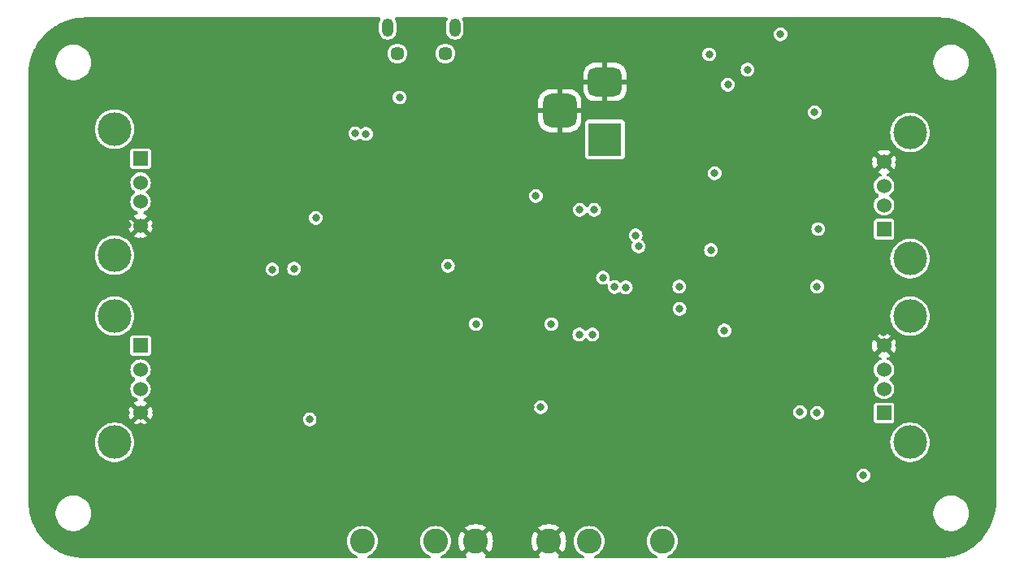
<source format=gbr>
%TF.GenerationSoftware,KiCad,Pcbnew,8.0.1-rc1*%
%TF.CreationDate,2024-04-25T22:15:09-05:00*%
%TF.ProjectId,USB-HUB,5553422d-4855-4422-9e6b-696361645f70,rev?*%
%TF.SameCoordinates,PXa983cd0PYa38e500*%
%TF.FileFunction,Copper,L3,Inr*%
%TF.FilePolarity,Positive*%
%FSLAX46Y46*%
G04 Gerber Fmt 4.6, Leading zero omitted, Abs format (unit mm)*
G04 Created by KiCad (PCBNEW 8.0.1-rc1) date 2024-04-25 22:15:09*
%MOMM*%
%LPD*%
G01*
G04 APERTURE LIST*
G04 Aperture macros list*
%AMRoundRect*
0 Rectangle with rounded corners*
0 $1 Rounding radius*
0 $2 $3 $4 $5 $6 $7 $8 $9 X,Y pos of 4 corners*
0 Add a 4 corners polygon primitive as box body*
4,1,4,$2,$3,$4,$5,$6,$7,$8,$9,$2,$3,0*
0 Add four circle primitives for the rounded corners*
1,1,$1+$1,$2,$3*
1,1,$1+$1,$4,$5*
1,1,$1+$1,$6,$7*
1,1,$1+$1,$8,$9*
0 Add four rect primitives between the rounded corners*
20,1,$1+$1,$2,$3,$4,$5,0*
20,1,$1+$1,$4,$5,$6,$7,0*
20,1,$1+$1,$6,$7,$8,$9,0*
20,1,$1+$1,$8,$9,$2,$3,0*%
G04 Aperture macros list end*
%TA.AperFunction,ComponentPad*%
%ADD10R,1.524000X1.524000*%
%TD*%
%TA.AperFunction,ComponentPad*%
%ADD11C,1.524000*%
%TD*%
%TA.AperFunction,ComponentPad*%
%ADD12C,3.500000*%
%TD*%
%TA.AperFunction,ComponentPad*%
%ADD13C,2.600000*%
%TD*%
%TA.AperFunction,ComponentPad*%
%ADD14R,3.500000X3.500000*%
%TD*%
%TA.AperFunction,ComponentPad*%
%ADD15RoundRect,0.750000X-1.000000X0.750000X-1.000000X-0.750000X1.000000X-0.750000X1.000000X0.750000X0*%
%TD*%
%TA.AperFunction,ComponentPad*%
%ADD16RoundRect,0.875000X-0.875000X0.875000X-0.875000X-0.875000X0.875000X-0.875000X0.875000X0.875000X0*%
%TD*%
%TA.AperFunction,ComponentPad*%
%ADD17O,1.200000X1.900000*%
%TD*%
%TA.AperFunction,ComponentPad*%
%ADD18C,1.450000*%
%TD*%
%TA.AperFunction,ViaPad*%
%ADD19C,0.812800*%
%TD*%
G04 APERTURE END LIST*
D10*
%TO.N,/+5V_FILT_PORT2*%
%TO.C,J3*%
X12128300Y22600800D03*
D11*
%TO.N,/USB_PORT2_D_N*%
X12128300Y20100800D03*
%TO.N,/USB_PORT2_D_P*%
X12128300Y18100800D03*
%TO.N,GNDREF*%
X12128300Y15600800D03*
D12*
%TO.N,GNDPWR*%
X9418300Y25670800D03*
X9418300Y12530800D03*
%TD*%
D13*
%TO.N,GNDREF*%
%TO.C,TP3*%
X47040800Y2209800D03*
X54660800Y2209800D03*
%TD*%
D10*
%TO.N,/+5V_FILT_PORT3*%
%TO.C,J4*%
X89585800Y15600800D03*
D11*
%TO.N,/USB_PORT3_D_N*%
X89585800Y18100800D03*
%TO.N,/USB_PORT3_D_P*%
X89585800Y20100800D03*
%TO.N,GNDREF*%
X89585800Y22600800D03*
D12*
%TO.N,GNDPWR*%
X92295800Y12530800D03*
X92295800Y25670800D03*
%TD*%
D10*
%TO.N,/+5V_FILT_PORT1*%
%TO.C,J2*%
X12128300Y42090800D03*
D11*
%TO.N,/USB_PORT1_D_N*%
X12128300Y39590800D03*
%TO.N,/USB_PORT1_D_P*%
X12128300Y37590800D03*
%TO.N,GNDREF*%
X12128300Y35090800D03*
D12*
%TO.N,GNDPWR*%
X9418300Y45160800D03*
X9418300Y32020800D03*
%TD*%
D14*
%TO.N,/+5V*%
%TO.C,J6*%
X60502800Y44088800D03*
D15*
%TO.N,GNDREF*%
X60502800Y50088800D03*
D16*
X55802800Y47088800D03*
%TD*%
D13*
%TO.N,/+5V_OUT*%
%TO.C,TP1*%
X58851800Y2209800D03*
X66471800Y2209800D03*
%TD*%
D10*
%TO.N,/+5V_FILT_PORT4*%
%TO.C,J5*%
X89585800Y34743000D03*
D11*
%TO.N,/USB_PORT4_D_N*%
X89585800Y37243000D03*
%TO.N,/USB_PORT4_D_P*%
X89585800Y39243000D03*
%TO.N,GNDREF*%
X89585800Y41743000D03*
D12*
%TO.N,GNDPWR*%
X92295800Y31673000D03*
X92295800Y44813000D03*
%TD*%
D17*
%TO.N,GNDPWR*%
%TO.C,J1*%
X44876600Y55745900D03*
D18*
X43876600Y53045900D03*
X38876600Y53045900D03*
D17*
X37876600Y55745900D03*
%TD*%
D13*
%TO.N,/3V3_OUT*%
%TO.C,TP2*%
X35229800Y2209800D03*
X42849800Y2209800D03*
%TD*%
D19*
%TO.N,GNDREF*%
X61645800Y47675800D03*
X66598800Y50342800D03*
X20878800Y32054800D03*
X22910800Y41960800D03*
X52120800Y26720800D03*
X68630800Y11480800D03*
X30530800Y26720800D03*
X87553800Y48183800D03*
X83870800Y52120800D03*
X91135200Y22631400D03*
X78790800Y26720800D03*
X44246800Y22529800D03*
X67868800Y37515800D03*
X68517556Y50368512D03*
X22910800Y21640800D03*
X81203800Y54533800D03*
X88950800Y1320800D03*
X13665200Y35128200D03*
X27990800Y41960800D03*
X73710800Y16560800D03*
X59105800Y47675800D03*
X78790800Y6400800D03*
X81457800Y28752800D03*
X24993600Y27000200D03*
X52120800Y27990800D03*
X29921200Y45618400D03*
X22910800Y1320800D03*
X78790800Y41960800D03*
X37693600Y45085000D03*
X58470800Y16560800D03*
X17830800Y16560800D03*
X50850800Y29260800D03*
X59334400Y29032200D03*
X30530800Y29260800D03*
X50850800Y6400800D03*
X88950800Y11480800D03*
X17830800Y52120800D03*
X68630800Y16560800D03*
X39090600Y32588200D03*
X49580800Y29260800D03*
X59740800Y24815800D03*
X94030800Y6400800D03*
X71805800Y54533800D03*
X73075800Y9855200D03*
X74345800Y50469800D03*
X17830800Y1320800D03*
X40944800Y22529800D03*
X49580800Y27990800D03*
X72313800Y39420800D03*
X83870800Y41960800D03*
X43230800Y36880800D03*
X50850800Y16230600D03*
X82042000Y12496800D03*
X78790800Y16560800D03*
X78079600Y29362400D03*
X17830800Y21640800D03*
X78790800Y21640800D03*
X58470800Y11480800D03*
X63539221Y52132379D03*
X15290800Y36880800D03*
X43230800Y16560800D03*
X94945200Y9525000D03*
X38150800Y36880800D03*
X58470800Y52120800D03*
X47802800Y38785800D03*
X17830800Y47040800D03*
X12115800Y14198600D03*
X29260800Y35864800D03*
X43230800Y11480800D03*
X22479000Y49580800D03*
X55295800Y23672800D03*
X30403800Y31572200D03*
X43230800Y41960800D03*
X27990800Y52120800D03*
X78790800Y36880800D03*
X66090800Y21640800D03*
X67614800Y49961800D03*
X50850800Y11480800D03*
X83870800Y16309054D03*
X78790800Y1320800D03*
X79552800Y15671800D03*
X99110800Y6400800D03*
X15519400Y30073600D03*
X80746600Y26720800D03*
X52755800Y45770800D03*
X38150800Y41960800D03*
X17830800Y36880800D03*
X61391800Y24815800D03*
X17830800Y26720800D03*
X86410800Y36880800D03*
X52755800Y48310800D03*
X83870800Y1320800D03*
X83870800Y45135800D03*
X37515800Y23672800D03*
X27990800Y21640800D03*
X12750800Y8940800D03*
X33070800Y21640800D03*
X52603400Y10134600D03*
X38150800Y11480800D03*
X43865800Y49580800D03*
X53390800Y41960800D03*
X27990800Y16560800D03*
X81584800Y34721800D03*
X88950800Y31800800D03*
X12141200Y33502600D03*
X50850800Y27990800D03*
X22910800Y16560800D03*
X24511000Y31572200D03*
X50850800Y26720800D03*
X33070800Y41960800D03*
X22910800Y6400800D03*
X49580800Y26720800D03*
X26974800Y30530800D03*
X83870800Y26720800D03*
X56184800Y37642800D03*
X61137800Y35864800D03*
X7670800Y8940800D03*
X89585800Y43357800D03*
X78028800Y47802800D03*
X45770800Y6400800D03*
X83870800Y46913800D03*
X57619900Y26212800D03*
X54025800Y35610800D03*
X87426800Y10210800D03*
X33070800Y52120800D03*
X17830800Y11480800D03*
X49174400Y10109200D03*
X22910800Y52120800D03*
X26187400Y48234600D03*
X87909400Y22580600D03*
X48310800Y41960800D03*
X29768800Y16052800D03*
X33070800Y11480800D03*
X55930800Y6400800D03*
X48310800Y16560800D03*
X13741400Y15595600D03*
X45516800Y22529800D03*
X12750800Y1320800D03*
X88011000Y41743000D03*
X19253200Y49657000D03*
X94030800Y1320800D03*
X89535000Y24028400D03*
X80822800Y45135800D03*
X20929600Y16713200D03*
X68249800Y27533600D03*
X36262375Y27727975D03*
X7670800Y1320800D03*
X88950800Y47040800D03*
X30530800Y24180800D03*
X83870800Y6400800D03*
X19354800Y29565600D03*
X83870800Y21640800D03*
X38150800Y16560800D03*
X53390800Y36880800D03*
X33197800Y44627800D03*
X42595800Y22529800D03*
X20878800Y36372800D03*
X83870800Y11480800D03*
X45135800Y33451800D03*
X70408800Y47548800D03*
X22910800Y11480800D03*
X27990800Y36880800D03*
X53390800Y52120800D03*
X68973700Y31038800D03*
X33070800Y16560800D03*
X17830800Y31800800D03*
X22453600Y29565600D03*
X35610800Y52120800D03*
X88950800Y26720800D03*
X49453800Y38785800D03*
X83870800Y35737800D03*
X48310800Y52120800D03*
X15290800Y40690800D03*
X10591800Y15646400D03*
X68757800Y24282400D03*
X10744200Y35153600D03*
X52755800Y16179800D03*
X30022800Y12496800D03*
X54102000Y34569400D03*
X17830800Y40690800D03*
X52120800Y29260800D03*
X91109800Y41706800D03*
%TO.N,+3V3*%
X47066200Y24841200D03*
X53822600Y16179800D03*
X54914800Y24841200D03*
X60299600Y29692600D03*
X44145200Y30911800D03*
X53314600Y38201600D03*
%TO.N,/3V3_SYS*%
X29743400Y14909800D03*
X71932800Y40563800D03*
%TO.N,/+5V_FILT*%
X71358800Y52956800D03*
X39116000Y48463200D03*
X30378400Y35915600D03*
X72948800Y24180800D03*
X80822800Y15671800D03*
X73304400Y49784000D03*
%TO.N,/+5V_PORT3*%
X87426800Y9067800D03*
X71551800Y32562800D03*
%TO.N,/+5V_FILT_PORT3*%
X82600800Y28752800D03*
X82600800Y15595600D03*
%TO.N,/+5V_FILT_PORT4*%
X82346800Y46913800D03*
X82727800Y34743000D03*
%TO.N,/USB_HUB_NOCS1*%
X59207400Y23774400D03*
X34493200Y44704000D03*
%TO.N,/USB_HUB_PWRTPWR1*%
X35610800Y44678600D03*
X57835800Y23774400D03*
%TO.N,/USB_HUB_NOCS2*%
X62687200Y28676600D03*
X25857200Y30556200D03*
%TO.N,/USB_HUB_PWRTPWR2*%
X61518800Y28702000D03*
X28117800Y30632400D03*
%TO.N,/USB_HUB_NOCS3*%
X68249800Y28752800D03*
X63703200Y34112200D03*
%TO.N,/USB_HUB_PWRTPWR3*%
X64008000Y32943800D03*
X68275200Y26441400D03*
%TO.N,/USB_HUB_NOCS4*%
X78790800Y55041800D03*
X57886600Y36753800D03*
%TO.N,/USB_HUB_PWRTPWR4*%
X75361800Y51358800D03*
X59385200Y36753800D03*
%TD*%
%TA.AperFunction,Conductor*%
%TO.N,GNDREF*%
G36*
X37063616Y56799016D02*
G01*
X37119032Y56743600D01*
X37139316Y56667900D01*
X37119032Y56592200D01*
X37113801Y56583787D01*
X37074332Y56524719D01*
X37006091Y56359971D01*
X37006091Y56359970D01*
X36971300Y56185064D01*
X36971300Y55306737D01*
X37006091Y55131831D01*
X37006091Y55131830D01*
X37074333Y54967082D01*
X37074336Y54967076D01*
X37173403Y54818811D01*
X37173408Y54818805D01*
X37299504Y54692709D01*
X37299510Y54692704D01*
X37447775Y54593637D01*
X37447777Y54593636D01*
X37447780Y54593634D01*
X37511494Y54567243D01*
X37612530Y54525392D01*
X37612533Y54525392D01*
X37612534Y54525391D01*
X37787436Y54490600D01*
X37965764Y54490600D01*
X38140666Y54525391D01*
X38140667Y54525392D01*
X38140669Y54525392D01*
X38140670Y54525392D01*
X38239644Y54566389D01*
X38305420Y54593634D01*
X38453695Y54692708D01*
X38579792Y54818805D01*
X38678866Y54967080D01*
X38723653Y55075205D01*
X38747108Y55131830D01*
X38747108Y55131831D01*
X38781900Y55306737D01*
X38781900Y56185064D01*
X38747109Y56359966D01*
X38747108Y56359967D01*
X38747108Y56359970D01*
X38747108Y56359971D01*
X38678867Y56524719D01*
X38639399Y56583787D01*
X38614208Y56657998D01*
X38629498Y56734863D01*
X38681171Y56793785D01*
X38755382Y56818976D01*
X38765284Y56819300D01*
X43987916Y56819300D01*
X44063616Y56799016D01*
X44119032Y56743600D01*
X44139316Y56667900D01*
X44119032Y56592200D01*
X44113801Y56583787D01*
X44074332Y56524719D01*
X44006091Y56359971D01*
X44006091Y56359970D01*
X43971300Y56185064D01*
X43971300Y55306737D01*
X44006091Y55131831D01*
X44006091Y55131830D01*
X44074333Y54967082D01*
X44074336Y54967076D01*
X44173403Y54818811D01*
X44173408Y54818805D01*
X44299504Y54692709D01*
X44299510Y54692704D01*
X44447775Y54593637D01*
X44447777Y54593636D01*
X44447780Y54593634D01*
X44511494Y54567243D01*
X44612530Y54525392D01*
X44612533Y54525392D01*
X44612534Y54525391D01*
X44787436Y54490600D01*
X44965764Y54490600D01*
X45140666Y54525391D01*
X45140667Y54525392D01*
X45140669Y54525392D01*
X45140670Y54525392D01*
X45239644Y54566389D01*
X45305420Y54593634D01*
X45453695Y54692708D01*
X45579792Y54818805D01*
X45678866Y54967080D01*
X45709816Y55041800D01*
X78073873Y55041800D01*
X78094705Y54870230D01*
X78094706Y54870228D01*
X78155993Y54708627D01*
X78155994Y54708625D01*
X78155996Y54708622D01*
X78254169Y54566392D01*
X78254171Y54566390D01*
X78254172Y54566389D01*
X78383539Y54451781D01*
X78536574Y54371462D01*
X78704384Y54330100D01*
X78704387Y54330100D01*
X78877213Y54330100D01*
X78877216Y54330100D01*
X79045026Y54371462D01*
X79198061Y54451781D01*
X79327428Y54566389D01*
X79425607Y54708627D01*
X79486894Y54870228D01*
X79507727Y55041800D01*
X79486894Y55213372D01*
X79425607Y55374973D01*
X79413192Y55392960D01*
X79327430Y55517209D01*
X79198061Y55631819D01*
X79045029Y55712137D01*
X79045027Y55712138D01*
X79045026Y55712138D01*
X78877216Y55753500D01*
X78704384Y55753500D01*
X78536574Y55712138D01*
X78536573Y55712138D01*
X78536570Y55712137D01*
X78383538Y55631819D01*
X78254169Y55517209D01*
X78155996Y55374979D01*
X78155993Y55374973D01*
X78094705Y55213371D01*
X78073873Y55041801D01*
X78073873Y55041800D01*
X45709816Y55041800D01*
X45723653Y55075205D01*
X45747108Y55131830D01*
X45747108Y55131831D01*
X45781900Y55306737D01*
X45781900Y56185064D01*
X45747109Y56359966D01*
X45747108Y56359967D01*
X45747108Y56359970D01*
X45747108Y56359971D01*
X45678867Y56524719D01*
X45639399Y56583787D01*
X45614208Y56657998D01*
X45629498Y56734863D01*
X45681171Y56793785D01*
X45755382Y56818976D01*
X45765284Y56819300D01*
X95245949Y56819300D01*
X95297834Y56819300D01*
X95303777Y56819184D01*
X95763132Y56801135D01*
X95774979Y56800204D01*
X96228576Y56746517D01*
X96240314Y56744658D01*
X96688292Y56655549D01*
X96699835Y56652778D01*
X97139466Y56528789D01*
X97150736Y56525127D01*
X97579273Y56367031D01*
X97590232Y56362492D01*
X97975102Y56185064D01*
X98005041Y56171262D01*
X98015631Y56165866D01*
X98414164Y55942678D01*
X98424258Y55936492D01*
X98804051Y55682722D01*
X98813660Y55675741D01*
X99172366Y55392960D01*
X99181405Y55385239D01*
X99516798Y55075205D01*
X99525204Y55066799D01*
X99835238Y54731406D01*
X99842959Y54722367D01*
X100125740Y54363661D01*
X100132724Y54354047D01*
X100386486Y53974266D01*
X100392681Y53964158D01*
X100424855Y53906708D01*
X100615864Y53565634D01*
X100621261Y53555042D01*
X100812486Y53140245D01*
X100817035Y53129262D01*
X100922300Y52843928D01*
X100975120Y52700755D01*
X100978794Y52689449D01*
X101102775Y52249844D01*
X101105550Y52238285D01*
X101194656Y51790317D01*
X101196516Y51778575D01*
X101250202Y51324982D01*
X101251134Y51313131D01*
X101269183Y50853778D01*
X101269300Y50847834D01*
X101269300Y6403767D01*
X101269183Y6397823D01*
X101251134Y5938470D01*
X101250202Y5926619D01*
X101196516Y5473026D01*
X101194656Y5461284D01*
X101105550Y5013316D01*
X101102775Y5001757D01*
X100978794Y4562152D01*
X100975120Y4550846D01*
X100817035Y4122339D01*
X100812486Y4111356D01*
X100621261Y3696559D01*
X100615864Y3685967D01*
X100392686Y3287451D01*
X100386479Y3277323D01*
X100352595Y3226611D01*
X100132727Y2897557D01*
X100125740Y2887940D01*
X99842959Y2529234D01*
X99835238Y2520195D01*
X99525204Y2184802D01*
X99516798Y2176396D01*
X99181405Y1866362D01*
X99172366Y1858641D01*
X98813660Y1575860D01*
X98804043Y1568873D01*
X98669177Y1478758D01*
X98424277Y1315121D01*
X98414149Y1308914D01*
X98015633Y1085736D01*
X98005041Y1080339D01*
X97590244Y889114D01*
X97579261Y884565D01*
X97150754Y726480D01*
X97139448Y722806D01*
X96699843Y598825D01*
X96688284Y596050D01*
X96240316Y506944D01*
X96228574Y505084D01*
X95774981Y451398D01*
X95763130Y450466D01*
X95303778Y432417D01*
X95297834Y432300D01*
X67136526Y432300D01*
X67060826Y452584D01*
X67005410Y508000D01*
X66985126Y583700D01*
X67005410Y659400D01*
X67060826Y714816D01*
X67078579Y723572D01*
X67202845Y775044D01*
X67418289Y907069D01*
X67610429Y1071171D01*
X67774531Y1263311D01*
X67906556Y1478755D01*
X68003252Y1712201D01*
X68062239Y1957899D01*
X68066092Y2006854D01*
X68082064Y2209796D01*
X68082064Y2209805D01*
X68062240Y2461693D01*
X68062239Y2461696D01*
X68062239Y2461701D01*
X68003252Y2707399D01*
X67970768Y2785822D01*
X67906557Y2940843D01*
X67906553Y2940851D01*
X67774533Y3156286D01*
X67774531Y3156289D01*
X67610429Y3348429D01*
X67418289Y3512531D01*
X67418288Y3512532D01*
X67418285Y3512534D01*
X67202850Y3644554D01*
X67202842Y3644558D01*
X66969404Y3741251D01*
X66833047Y3773988D01*
X66723701Y3800239D01*
X66723700Y3800240D01*
X66723692Y3800241D01*
X66471805Y3820064D01*
X66471795Y3820064D01*
X66219907Y3800241D01*
X65974195Y3741251D01*
X65740757Y3644558D01*
X65740749Y3644554D01*
X65525314Y3512534D01*
X65525311Y3512532D01*
X65333171Y3348429D01*
X65169068Y3156289D01*
X65169066Y3156286D01*
X65037046Y2940851D01*
X65037042Y2940843D01*
X64940349Y2707405D01*
X64881359Y2461693D01*
X64861536Y2209805D01*
X64861536Y2209796D01*
X64881359Y1957908D01*
X64940349Y1712196D01*
X65037042Y1478758D01*
X65037046Y1478750D01*
X65169066Y1263315D01*
X65169068Y1263312D01*
X65169069Y1263311D01*
X65333171Y1071171D01*
X65525311Y907069D01*
X65525314Y907067D01*
X65554610Y889114D01*
X65740755Y775044D01*
X65865013Y723575D01*
X65927187Y675867D01*
X65957179Y603462D01*
X65946950Y525762D01*
X65899241Y463587D01*
X65826836Y433595D01*
X65807074Y432300D01*
X59516526Y432300D01*
X59440826Y452584D01*
X59385410Y508000D01*
X59365126Y583700D01*
X59385410Y659400D01*
X59440826Y714816D01*
X59458579Y723572D01*
X59582845Y775044D01*
X59798289Y907069D01*
X59990429Y1071171D01*
X60154531Y1263311D01*
X60286556Y1478755D01*
X60383252Y1712201D01*
X60442239Y1957899D01*
X60446092Y2006854D01*
X60462064Y2209796D01*
X60462064Y2209805D01*
X60442240Y2461693D01*
X60442239Y2461696D01*
X60442239Y2461701D01*
X60383252Y2707399D01*
X60350768Y2785822D01*
X60286557Y2940843D01*
X60286553Y2940851D01*
X60154533Y3156286D01*
X60154531Y3156289D01*
X59990429Y3348429D01*
X59798289Y3512531D01*
X59798288Y3512532D01*
X59798285Y3512534D01*
X59582850Y3644554D01*
X59582842Y3644558D01*
X59349404Y3741251D01*
X59213047Y3773988D01*
X59103701Y3800239D01*
X59103700Y3800240D01*
X59103692Y3800241D01*
X58851805Y3820064D01*
X58851795Y3820064D01*
X58599907Y3800241D01*
X58354195Y3741251D01*
X58120757Y3644558D01*
X58120749Y3644554D01*
X57905314Y3512534D01*
X57905311Y3512532D01*
X57713171Y3348429D01*
X57549068Y3156289D01*
X57549066Y3156286D01*
X57417046Y2940851D01*
X57417042Y2940843D01*
X57320349Y2707405D01*
X57261359Y2461693D01*
X57241536Y2209805D01*
X57241536Y2209796D01*
X57261359Y1957908D01*
X57320349Y1712196D01*
X57417042Y1478758D01*
X57417046Y1478750D01*
X57549066Y1263315D01*
X57549068Y1263312D01*
X57549069Y1263311D01*
X57713171Y1071171D01*
X57905311Y907069D01*
X57905314Y907067D01*
X57934610Y889114D01*
X58120755Y775044D01*
X58245013Y723575D01*
X58307187Y675867D01*
X58337179Y603462D01*
X58326950Y525762D01*
X58279241Y463587D01*
X58206836Y433595D01*
X58187074Y432300D01*
X55739854Y432300D01*
X55664154Y452584D01*
X55608738Y508000D01*
X55588454Y583700D01*
X55608738Y659400D01*
X55654567Y708792D01*
X55745949Y771097D01*
X55745950Y771097D01*
X54908288Y1608759D01*
X54968690Y1633778D01*
X55075151Y1704912D01*
X55165688Y1795449D01*
X55236822Y1901910D01*
X55261841Y1962312D01*
X56098503Y1125650D01*
X56098504Y1125650D01*
X56152199Y1192980D01*
X56152204Y1192988D01*
X56287091Y1426619D01*
X56385651Y1677748D01*
X56385656Y1677763D01*
X56445684Y1940765D01*
X56465846Y2209800D01*
X56445684Y2478836D01*
X56385656Y2741838D01*
X56385651Y2741853D01*
X56287091Y2992982D01*
X56152203Y3226615D01*
X56152194Y3226628D01*
X56098504Y3293952D01*
X55261841Y2457290D01*
X55236822Y2517690D01*
X55165688Y2624151D01*
X55075151Y2714688D01*
X54968690Y2785822D01*
X54908287Y2810843D01*
X55745950Y3648504D01*
X55745949Y3648505D01*
X55563326Y3773016D01*
X55320260Y3890071D01*
X55062455Y3969592D01*
X55062452Y3969593D01*
X54795689Y4009800D01*
X54525911Y4009800D01*
X54259147Y3969593D01*
X54259144Y3969592D01*
X54001339Y3890071D01*
X53758279Y3773018D01*
X53575649Y3648504D01*
X54413311Y2810842D01*
X54352910Y2785822D01*
X54246449Y2714688D01*
X54155912Y2624151D01*
X54084778Y2517690D01*
X54059758Y2457289D01*
X53223095Y3293952D01*
X53169397Y3226615D01*
X53169394Y3226611D01*
X53034508Y2992982D01*
X52935948Y2741853D01*
X52935943Y2741838D01*
X52875915Y2478836D01*
X52855753Y2209800D01*
X52875915Y1940765D01*
X52935943Y1677763D01*
X52935948Y1677748D01*
X53034508Y1426619D01*
X53169396Y1192986D01*
X53169405Y1192973D01*
X53223094Y1125650D01*
X53223095Y1125650D01*
X54059757Y1962313D01*
X54084778Y1901910D01*
X54155912Y1795449D01*
X54246449Y1704912D01*
X54352910Y1633778D01*
X54413311Y1608759D01*
X53575649Y771097D01*
X53667033Y708792D01*
X53718153Y649390D01*
X53732723Y572386D01*
X53706838Y498413D01*
X53647436Y447293D01*
X53581746Y432300D01*
X48119854Y432300D01*
X48044154Y452584D01*
X47988738Y508000D01*
X47968454Y583700D01*
X47988738Y659400D01*
X48034567Y708792D01*
X48125949Y771097D01*
X48125950Y771097D01*
X47288288Y1608759D01*
X47348690Y1633778D01*
X47455151Y1704912D01*
X47545688Y1795449D01*
X47616822Y1901910D01*
X47641841Y1962312D01*
X48478503Y1125650D01*
X48478504Y1125650D01*
X48532199Y1192980D01*
X48532204Y1192988D01*
X48667091Y1426619D01*
X48765651Y1677748D01*
X48765656Y1677763D01*
X48825684Y1940765D01*
X48845846Y2209800D01*
X48825684Y2478836D01*
X48765656Y2741838D01*
X48765651Y2741853D01*
X48667091Y2992982D01*
X48532203Y3226615D01*
X48532194Y3226628D01*
X48478504Y3293952D01*
X47641841Y2457290D01*
X47616822Y2517690D01*
X47545688Y2624151D01*
X47455151Y2714688D01*
X47348690Y2785822D01*
X47288287Y2810843D01*
X48125950Y3648504D01*
X48125949Y3648505D01*
X47943326Y3773016D01*
X47700260Y3890071D01*
X47442455Y3969592D01*
X47442452Y3969593D01*
X47175689Y4009800D01*
X46905911Y4009800D01*
X46639147Y3969593D01*
X46639144Y3969592D01*
X46381339Y3890071D01*
X46138279Y3773018D01*
X45955649Y3648504D01*
X46793311Y2810842D01*
X46732910Y2785822D01*
X46626449Y2714688D01*
X46535912Y2624151D01*
X46464778Y2517690D01*
X46439758Y2457289D01*
X45603095Y3293952D01*
X45549397Y3226615D01*
X45549394Y3226611D01*
X45414508Y2992982D01*
X45315948Y2741853D01*
X45315943Y2741838D01*
X45255915Y2478836D01*
X45235753Y2209800D01*
X45255915Y1940765D01*
X45315943Y1677763D01*
X45315948Y1677748D01*
X45414508Y1426619D01*
X45549396Y1192986D01*
X45549405Y1192973D01*
X45603094Y1125650D01*
X45603095Y1125650D01*
X46439757Y1962313D01*
X46464778Y1901910D01*
X46535912Y1795449D01*
X46626449Y1704912D01*
X46732910Y1633778D01*
X46793311Y1608759D01*
X45955649Y771097D01*
X46047033Y708792D01*
X46098153Y649390D01*
X46112723Y572386D01*
X46086838Y498413D01*
X46027436Y447293D01*
X45961746Y432300D01*
X43514526Y432300D01*
X43438826Y452584D01*
X43383410Y508000D01*
X43363126Y583700D01*
X43383410Y659400D01*
X43438826Y714816D01*
X43456579Y723572D01*
X43580845Y775044D01*
X43796289Y907069D01*
X43988429Y1071171D01*
X44152531Y1263311D01*
X44284556Y1478755D01*
X44381252Y1712201D01*
X44440239Y1957899D01*
X44444092Y2006854D01*
X44460064Y2209796D01*
X44460064Y2209805D01*
X44440240Y2461693D01*
X44440239Y2461696D01*
X44440239Y2461701D01*
X44381252Y2707399D01*
X44348768Y2785822D01*
X44284557Y2940843D01*
X44284553Y2940851D01*
X44152533Y3156286D01*
X44152531Y3156289D01*
X43988429Y3348429D01*
X43796289Y3512531D01*
X43796288Y3512532D01*
X43796285Y3512534D01*
X43580850Y3644554D01*
X43580842Y3644558D01*
X43347404Y3741251D01*
X43211047Y3773988D01*
X43101701Y3800239D01*
X43101700Y3800240D01*
X43101692Y3800241D01*
X42849805Y3820064D01*
X42849795Y3820064D01*
X42597907Y3800241D01*
X42352195Y3741251D01*
X42118757Y3644558D01*
X42118749Y3644554D01*
X41903314Y3512534D01*
X41903311Y3512532D01*
X41711171Y3348429D01*
X41547068Y3156289D01*
X41547066Y3156286D01*
X41415046Y2940851D01*
X41415042Y2940843D01*
X41318349Y2707405D01*
X41259359Y2461693D01*
X41239536Y2209805D01*
X41239536Y2209796D01*
X41259359Y1957908D01*
X41318349Y1712196D01*
X41415042Y1478758D01*
X41415046Y1478750D01*
X41547066Y1263315D01*
X41547068Y1263312D01*
X41547069Y1263311D01*
X41711171Y1071171D01*
X41903311Y907069D01*
X41903314Y907067D01*
X41932610Y889114D01*
X42118755Y775044D01*
X42243013Y723575D01*
X42305187Y675867D01*
X42335179Y603462D01*
X42324950Y525762D01*
X42277241Y463587D01*
X42204836Y433595D01*
X42185074Y432300D01*
X35894526Y432300D01*
X35818826Y452584D01*
X35763410Y508000D01*
X35743126Y583700D01*
X35763410Y659400D01*
X35818826Y714816D01*
X35836579Y723572D01*
X35960845Y775044D01*
X36176289Y907069D01*
X36368429Y1071171D01*
X36532531Y1263311D01*
X36664556Y1478755D01*
X36761252Y1712201D01*
X36820239Y1957899D01*
X36824092Y2006854D01*
X36840064Y2209796D01*
X36840064Y2209805D01*
X36820240Y2461693D01*
X36820239Y2461696D01*
X36820239Y2461701D01*
X36761252Y2707399D01*
X36728768Y2785822D01*
X36664557Y2940843D01*
X36664553Y2940851D01*
X36532533Y3156286D01*
X36532531Y3156289D01*
X36368429Y3348429D01*
X36176289Y3512531D01*
X36176288Y3512532D01*
X36176285Y3512534D01*
X35960850Y3644554D01*
X35960842Y3644558D01*
X35727404Y3741251D01*
X35591047Y3773988D01*
X35481701Y3800239D01*
X35481700Y3800240D01*
X35481692Y3800241D01*
X35229805Y3820064D01*
X35229795Y3820064D01*
X34977907Y3800241D01*
X34732195Y3741251D01*
X34498757Y3644558D01*
X34498749Y3644554D01*
X34283314Y3512534D01*
X34283311Y3512532D01*
X34091171Y3348429D01*
X33927068Y3156289D01*
X33927066Y3156286D01*
X33795046Y2940851D01*
X33795042Y2940843D01*
X33698349Y2707405D01*
X33639359Y2461693D01*
X33619536Y2209805D01*
X33619536Y2209796D01*
X33639359Y1957908D01*
X33698349Y1712196D01*
X33795042Y1478758D01*
X33795046Y1478750D01*
X33927066Y1263315D01*
X33927068Y1263312D01*
X33927069Y1263311D01*
X34091171Y1071171D01*
X34283311Y907069D01*
X34283314Y907067D01*
X34312610Y889114D01*
X34498755Y775044D01*
X34623013Y723575D01*
X34685187Y675867D01*
X34715179Y603462D01*
X34704950Y525762D01*
X34657241Y463587D01*
X34584836Y433595D01*
X34565074Y432300D01*
X6403766Y432300D01*
X6397822Y432417D01*
X5938469Y450466D01*
X5926618Y451398D01*
X5473025Y505084D01*
X5461283Y506944D01*
X5013315Y596050D01*
X5001756Y598825D01*
X4562151Y722806D01*
X4550845Y726480D01*
X4122338Y884565D01*
X4111355Y889114D01*
X3696558Y1080339D01*
X3685966Y1085736D01*
X3368879Y1263312D01*
X3287442Y1308919D01*
X3277334Y1315114D01*
X2897553Y1568876D01*
X2887939Y1575860D01*
X2529233Y1858641D01*
X2520194Y1866362D01*
X2184801Y2176396D01*
X2176395Y2184802D01*
X1866361Y2520195D01*
X1858640Y2529234D01*
X1575859Y2887940D01*
X1568878Y2897549D01*
X1315108Y3277342D01*
X1308922Y3287436D01*
X1085734Y3685969D01*
X1080338Y3696559D01*
X1023401Y3820064D01*
X889108Y4111368D01*
X884569Y4122327D01*
X726473Y4550864D01*
X722811Y4562134D01*
X598822Y5001765D01*
X596962Y5009512D01*
X3280300Y5009512D01*
X3311962Y4769011D01*
X3341884Y4657340D01*
X3374746Y4534701D01*
X3374749Y4534692D01*
X3467570Y4310600D01*
X3467577Y4310586D01*
X3588863Y4100512D01*
X3736527Y3908072D01*
X3736536Y3908061D01*
X3908060Y3736537D01*
X3908071Y3736528D01*
X3973964Y3685967D01*
X4100511Y3588864D01*
X4310588Y3467576D01*
X4310593Y3467574D01*
X4310599Y3467571D01*
X4449503Y3410036D01*
X4534700Y3374746D01*
X4769011Y3311962D01*
X4977849Y3284469D01*
X5009511Y3280300D01*
X5009512Y3280300D01*
X5252089Y3280300D01*
X5280067Y3283984D01*
X5492589Y3311962D01*
X5726900Y3374746D01*
X5951012Y3467576D01*
X6161089Y3588864D01*
X6353538Y3736535D01*
X6525065Y3908062D01*
X6672736Y4100511D01*
X6794024Y4310588D01*
X6886854Y4534700D01*
X6949638Y4769011D01*
X6981300Y5009512D01*
X94720300Y5009512D01*
X94751962Y4769011D01*
X94781884Y4657340D01*
X94814746Y4534701D01*
X94814749Y4534692D01*
X94907570Y4310600D01*
X94907577Y4310586D01*
X95028863Y4100512D01*
X95176527Y3908072D01*
X95176536Y3908061D01*
X95348060Y3736537D01*
X95348071Y3736528D01*
X95413964Y3685967D01*
X95540511Y3588864D01*
X95750588Y3467576D01*
X95750593Y3467574D01*
X95750599Y3467571D01*
X95889503Y3410036D01*
X95974700Y3374746D01*
X96209011Y3311962D01*
X96417849Y3284469D01*
X96449511Y3280300D01*
X96449512Y3280300D01*
X96692089Y3280300D01*
X96720067Y3283984D01*
X96932589Y3311962D01*
X97166900Y3374746D01*
X97391012Y3467576D01*
X97601089Y3588864D01*
X97793538Y3736535D01*
X97965065Y3908062D01*
X98112736Y4100511D01*
X98234024Y4310588D01*
X98326854Y4534700D01*
X98389638Y4769011D01*
X98421300Y5009512D01*
X98421300Y5252088D01*
X98389638Y5492589D01*
X98326854Y5726900D01*
X98234024Y5951012D01*
X98112736Y6161089D01*
X97965065Y6353538D01*
X97793538Y6525065D01*
X97601089Y6672736D01*
X97601090Y6672736D01*
X97601088Y6672737D01*
X97391014Y6794023D01*
X97391000Y6794030D01*
X97166908Y6886851D01*
X97166904Y6886853D01*
X97166900Y6886854D01*
X96932589Y6949638D01*
X96692089Y6981300D01*
X96692088Y6981300D01*
X96449512Y6981300D01*
X96449511Y6981300D01*
X96209010Y6949638D01*
X95974700Y6886854D01*
X95974691Y6886851D01*
X95750599Y6794030D01*
X95750585Y6794023D01*
X95540511Y6672737D01*
X95348071Y6525073D01*
X95348060Y6525064D01*
X95176536Y6353540D01*
X95176527Y6353529D01*
X95028863Y6161089D01*
X94907577Y5951015D01*
X94907570Y5951001D01*
X94814749Y5726909D01*
X94814746Y5726900D01*
X94751962Y5492590D01*
X94749387Y5473026D01*
X94720300Y5252088D01*
X94720300Y5009512D01*
X6981300Y5009512D01*
X6981300Y5252088D01*
X6949638Y5492589D01*
X6886854Y5726900D01*
X6794024Y5951012D01*
X6672736Y6161089D01*
X6525065Y6353538D01*
X6353538Y6525065D01*
X6161089Y6672736D01*
X6161090Y6672736D01*
X6161088Y6672737D01*
X5951014Y6794023D01*
X5951000Y6794030D01*
X5726908Y6886851D01*
X5726904Y6886853D01*
X5726900Y6886854D01*
X5492589Y6949638D01*
X5252089Y6981300D01*
X5252088Y6981300D01*
X5009512Y6981300D01*
X5009511Y6981300D01*
X4769010Y6949638D01*
X4534700Y6886854D01*
X4534691Y6886851D01*
X4310599Y6794030D01*
X4310585Y6794023D01*
X4100511Y6672737D01*
X3908071Y6525073D01*
X3908060Y6525064D01*
X3736536Y6353540D01*
X3736527Y6353529D01*
X3588863Y6161089D01*
X3467577Y5951015D01*
X3467570Y5951001D01*
X3374749Y5726909D01*
X3374746Y5726900D01*
X3311962Y5492590D01*
X3309387Y5473026D01*
X3280300Y5252088D01*
X3280300Y5009512D01*
X596962Y5009512D01*
X596049Y5013316D01*
X569167Y5148460D01*
X506942Y5461286D01*
X505083Y5473026D01*
X502767Y5492590D01*
X451396Y5926621D01*
X450465Y5938470D01*
X432417Y6397823D01*
X432300Y6403767D01*
X432300Y9067800D01*
X86709873Y9067800D01*
X86730705Y8896230D01*
X86730706Y8896228D01*
X86791993Y8734627D01*
X86791994Y8734625D01*
X86791996Y8734622D01*
X86890169Y8592392D01*
X86890171Y8592390D01*
X86890172Y8592389D01*
X87019539Y8477781D01*
X87172574Y8397462D01*
X87340384Y8356100D01*
X87340387Y8356100D01*
X87513213Y8356100D01*
X87513216Y8356100D01*
X87681026Y8397462D01*
X87834061Y8477781D01*
X87963428Y8592389D01*
X88061607Y8734627D01*
X88122894Y8896228D01*
X88143727Y9067800D01*
X88122894Y9239372D01*
X88061607Y9400973D01*
X88061603Y9400979D01*
X87963430Y9543209D01*
X87834061Y9657819D01*
X87681029Y9738137D01*
X87681027Y9738138D01*
X87681026Y9738138D01*
X87513216Y9779500D01*
X87340384Y9779500D01*
X87172574Y9738138D01*
X87172573Y9738138D01*
X87172570Y9738137D01*
X87019538Y9657819D01*
X86890169Y9543209D01*
X86791996Y9400979D01*
X86791993Y9400973D01*
X86730705Y9239371D01*
X86709873Y9067801D01*
X86709873Y9067800D01*
X432300Y9067800D01*
X432300Y12530800D01*
X7358197Y12530800D01*
X7377384Y12250286D01*
X7377387Y12250270D01*
X7434589Y11974995D01*
X7528749Y11710055D01*
X7528750Y11710053D01*
X7658108Y11460404D01*
X7658111Y11460400D01*
X7658112Y11460398D01*
X7820247Y11230704D01*
X7820259Y11230689D01*
X7980545Y11059065D01*
X8012170Y11025203D01*
X8230279Y10847758D01*
X8470519Y10701665D01*
X8728414Y10589645D01*
X8999160Y10513786D01*
X9277714Y10475500D01*
X9277715Y10475500D01*
X9558885Y10475500D01*
X9558886Y10475500D01*
X9837440Y10513786D01*
X10108186Y10589645D01*
X10366081Y10701665D01*
X10606321Y10847758D01*
X10824430Y11025203D01*
X11016345Y11230694D01*
X11178492Y11460404D01*
X11307850Y11710053D01*
X11402009Y11974991D01*
X11459215Y12250283D01*
X11478403Y12530800D01*
X90235697Y12530800D01*
X90254884Y12250286D01*
X90254887Y12250270D01*
X90312089Y11974995D01*
X90406249Y11710055D01*
X90406250Y11710053D01*
X90535608Y11460404D01*
X90535611Y11460400D01*
X90535612Y11460398D01*
X90697747Y11230704D01*
X90697759Y11230689D01*
X90858045Y11059065D01*
X90889670Y11025203D01*
X91107779Y10847758D01*
X91348019Y10701665D01*
X91605914Y10589645D01*
X91876660Y10513786D01*
X92155214Y10475500D01*
X92155215Y10475500D01*
X92436385Y10475500D01*
X92436386Y10475500D01*
X92714940Y10513786D01*
X92985686Y10589645D01*
X93243581Y10701665D01*
X93483821Y10847758D01*
X93701930Y11025203D01*
X93893845Y11230694D01*
X94055992Y11460404D01*
X94185350Y11710053D01*
X94279509Y11974991D01*
X94336715Y12250283D01*
X94355903Y12530800D01*
X94336715Y12811317D01*
X94279509Y13086609D01*
X94185350Y13351547D01*
X94055992Y13601196D01*
X94042468Y13620355D01*
X93893852Y13830897D01*
X93893840Y13830912D01*
X93701927Y14036400D01*
X93483821Y14213842D01*
X93483818Y14213844D01*
X93243581Y14359935D01*
X92985688Y14471954D01*
X92985686Y14471955D01*
X92714940Y14547814D01*
X92714937Y14547815D01*
X92714935Y14547815D01*
X92505308Y14576627D01*
X92436386Y14586100D01*
X92155214Y14586100D01*
X92090066Y14577146D01*
X91876664Y14547815D01*
X91876660Y14547815D01*
X91876660Y14547814D01*
X91605914Y14471955D01*
X91605912Y14471955D01*
X91605911Y14471954D01*
X91348018Y14359935D01*
X91107781Y14213844D01*
X91107778Y14213842D01*
X90889672Y14036400D01*
X90697759Y13830912D01*
X90697747Y13830897D01*
X90535612Y13601203D01*
X90406249Y13351546D01*
X90312089Y13086606D01*
X90254887Y12811331D01*
X90254884Y12811315D01*
X90235697Y12530801D01*
X90235697Y12530800D01*
X11478403Y12530800D01*
X11459215Y12811317D01*
X11402009Y13086609D01*
X11307850Y13351547D01*
X11178492Y13601196D01*
X11164968Y13620355D01*
X11016352Y13830897D01*
X11016340Y13830912D01*
X10824427Y14036400D01*
X10606321Y14213842D01*
X10606318Y14213844D01*
X10366081Y14359935D01*
X10108188Y14471954D01*
X10108186Y14471955D01*
X9837440Y14547814D01*
X9837437Y14547815D01*
X9837435Y14547815D01*
X9627808Y14576627D01*
X9558886Y14586100D01*
X9277714Y14586100D01*
X9212566Y14577146D01*
X8999164Y14547815D01*
X8999160Y14547815D01*
X8999160Y14547814D01*
X8728414Y14471955D01*
X8728412Y14471955D01*
X8728411Y14471954D01*
X8470518Y14359935D01*
X8230281Y14213844D01*
X8230278Y14213842D01*
X8012172Y14036400D01*
X7820259Y13830912D01*
X7820247Y13830897D01*
X7658112Y13601203D01*
X7528749Y13351546D01*
X7434589Y13086606D01*
X7377387Y12811331D01*
X7377384Y12811315D01*
X7358197Y12530801D01*
X7358197Y12530800D01*
X432300Y12530800D01*
X432300Y15600800D01*
X10861479Y15600800D01*
X10880724Y15380821D01*
X10937878Y15167524D01*
X10937881Y15167514D01*
X11031196Y14967399D01*
X11031200Y14967391D01*
X11076558Y14902613D01*
X11677996Y15504052D01*
X11699649Y15423247D01*
X11760209Y15318354D01*
X11845854Y15232709D01*
X11950747Y15172149D01*
X12031550Y15150498D01*
X11430110Y14549059D01*
X11494886Y14503703D01*
X11494896Y14503697D01*
X11695013Y14410382D01*
X11695023Y14410379D01*
X11908322Y14353225D01*
X11908318Y14353225D01*
X12128300Y14333980D01*
X12348279Y14353225D01*
X12561576Y14410379D01*
X12561586Y14410382D01*
X12761709Y14503701D01*
X12761717Y14503706D01*
X12826487Y14549059D01*
X12826488Y14549059D01*
X12225049Y15150498D01*
X12305853Y15172149D01*
X12410746Y15232709D01*
X12496391Y15318354D01*
X12556951Y15423247D01*
X12578602Y15504051D01*
X13180041Y14902612D01*
X13180041Y14902613D01*
X13185073Y14909800D01*
X29026473Y14909800D01*
X29047305Y14738230D01*
X29047306Y14738228D01*
X29108593Y14576627D01*
X29108594Y14576625D01*
X29108596Y14576622D01*
X29206769Y14434392D01*
X29206771Y14434390D01*
X29206772Y14434389D01*
X29336139Y14319781D01*
X29489174Y14239462D01*
X29656984Y14198100D01*
X29656987Y14198100D01*
X29829813Y14198100D01*
X29829816Y14198100D01*
X29997626Y14239462D01*
X30150661Y14319781D01*
X30280028Y14434389D01*
X30378207Y14576627D01*
X30439494Y14738228D01*
X30446171Y14793220D01*
X88518500Y14793220D01*
X88521461Y14767693D01*
X88521462Y14767691D01*
X88567566Y14663275D01*
X88648275Y14582566D01*
X88752691Y14536462D01*
X88778221Y14533500D01*
X90393378Y14533501D01*
X90393380Y14533501D01*
X90406143Y14534982D01*
X90418909Y14536462D01*
X90523325Y14582566D01*
X90604034Y14663275D01*
X90650138Y14767691D01*
X90653100Y14793221D01*
X90653099Y16408378D01*
X90650138Y16433909D01*
X90604034Y16538325D01*
X90523325Y16619034D01*
X90418910Y16665138D01*
X90418904Y16665139D01*
X90393381Y16668100D01*
X88778219Y16668100D01*
X88752692Y16665139D01*
X88700483Y16642086D01*
X88648275Y16619034D01*
X88648274Y16619033D01*
X88648273Y16619033D01*
X88567566Y16538326D01*
X88521462Y16433911D01*
X88521461Y16433905D01*
X88518500Y16408382D01*
X88518500Y14793220D01*
X30446171Y14793220D01*
X30460327Y14909800D01*
X30458449Y14925263D01*
X30439494Y15081371D01*
X30439339Y15081781D01*
X30378207Y15242973D01*
X30375257Y15247247D01*
X30280030Y15385209D01*
X30150661Y15499819D01*
X29997629Y15580137D01*
X29997627Y15580138D01*
X29997626Y15580138D01*
X29829816Y15621500D01*
X29656984Y15621500D01*
X29489174Y15580138D01*
X29489173Y15580138D01*
X29489170Y15580137D01*
X29336138Y15499819D01*
X29206769Y15385209D01*
X29108596Y15242979D01*
X29108593Y15242973D01*
X29047305Y15081371D01*
X29026473Y14909801D01*
X29026473Y14909800D01*
X13185073Y14909800D01*
X13225394Y14967383D01*
X13225399Y14967391D01*
X13318718Y15167514D01*
X13318721Y15167524D01*
X13375875Y15380821D01*
X13395120Y15600800D01*
X13375875Y15820780D01*
X13318721Y16034077D01*
X13318718Y16034087D01*
X13250771Y16179800D01*
X53105673Y16179800D01*
X53126505Y16008230D01*
X53146938Y15954354D01*
X53187793Y15846627D01*
X53187794Y15846625D01*
X53187796Y15846622D01*
X53285969Y15704392D01*
X53285971Y15704390D01*
X53285972Y15704389D01*
X53415339Y15589781D01*
X53568374Y15509462D01*
X53736184Y15468100D01*
X53736187Y15468100D01*
X53909013Y15468100D01*
X53909016Y15468100D01*
X54076826Y15509462D01*
X54229861Y15589781D01*
X54322442Y15671800D01*
X80105873Y15671800D01*
X80126705Y15500230D01*
X80150548Y15437360D01*
X80187993Y15338627D01*
X80187994Y15338625D01*
X80187996Y15338622D01*
X80286169Y15196392D01*
X80286171Y15196390D01*
X80286172Y15196389D01*
X80415539Y15081781D01*
X80568574Y15001462D01*
X80736384Y14960100D01*
X80736387Y14960100D01*
X80909213Y14960100D01*
X80909216Y14960100D01*
X81077026Y15001462D01*
X81230061Y15081781D01*
X81359428Y15196389D01*
X81457607Y15338627D01*
X81518894Y15500228D01*
X81530474Y15595600D01*
X81883873Y15595600D01*
X81904705Y15424030D01*
X81904706Y15424028D01*
X81965993Y15262427D01*
X81965994Y15262425D01*
X81965996Y15262422D01*
X82064169Y15120192D01*
X82064171Y15120190D01*
X82064172Y15120189D01*
X82193539Y15005581D01*
X82346574Y14925262D01*
X82514384Y14883900D01*
X82514387Y14883900D01*
X82687213Y14883900D01*
X82687216Y14883900D01*
X82855026Y14925262D01*
X83008061Y15005581D01*
X83137428Y15120189D01*
X83235607Y15262427D01*
X83296894Y15424028D01*
X83317727Y15595600D01*
X83317095Y15600801D01*
X83296894Y15767171D01*
X83296894Y15767172D01*
X83235607Y15928773D01*
X83207916Y15968891D01*
X83137430Y16071009D01*
X83008061Y16185619D01*
X82855029Y16265937D01*
X82855027Y16265938D01*
X82855026Y16265938D01*
X82687216Y16307300D01*
X82514384Y16307300D01*
X82346574Y16265938D01*
X82346573Y16265938D01*
X82346570Y16265937D01*
X82193538Y16185619D01*
X82064169Y16071009D01*
X81965996Y15928779D01*
X81965993Y15928773D01*
X81904705Y15767171D01*
X81883873Y15595601D01*
X81883873Y15595600D01*
X81530474Y15595600D01*
X81539727Y15671800D01*
X81518894Y15843372D01*
X81457607Y16004973D01*
X81412025Y16071011D01*
X81359430Y16147209D01*
X81230061Y16261819D01*
X81077029Y16342137D01*
X81077027Y16342138D01*
X81077026Y16342138D01*
X80909216Y16383500D01*
X80736384Y16383500D01*
X80568574Y16342138D01*
X80568573Y16342138D01*
X80568570Y16342137D01*
X80415538Y16261819D01*
X80286169Y16147209D01*
X80187996Y16004979D01*
X80187993Y16004973D01*
X80126705Y15843371D01*
X80105873Y15671801D01*
X80105873Y15671800D01*
X54322442Y15671800D01*
X54359228Y15704389D01*
X54457407Y15846627D01*
X54518694Y16008228D01*
X54539527Y16179800D01*
X54538820Y16185619D01*
X54518694Y16351371D01*
X54506509Y16383500D01*
X54457407Y16512973D01*
X54384199Y16619034D01*
X54359230Y16655209D01*
X54348022Y16665138D01*
X54229861Y16769819D01*
X54189081Y16791222D01*
X54076829Y16850137D01*
X54076827Y16850138D01*
X54076826Y16850138D01*
X53909016Y16891500D01*
X53736184Y16891500D01*
X53568374Y16850138D01*
X53568373Y16850138D01*
X53568370Y16850137D01*
X53415338Y16769819D01*
X53285969Y16655209D01*
X53187796Y16512979D01*
X53187793Y16512973D01*
X53126505Y16351371D01*
X53105673Y16179801D01*
X53105673Y16179800D01*
X13250771Y16179800D01*
X13225401Y16234207D01*
X13225398Y16234212D01*
X13180041Y16298989D01*
X13180040Y16298989D01*
X12578602Y15697551D01*
X12556951Y15778353D01*
X12496391Y15883246D01*
X12410746Y15968891D01*
X12305853Y16029451D01*
X12225048Y16051104D01*
X12826488Y16652542D01*
X12761709Y16697900D01*
X12761701Y16697904D01*
X12561586Y16791219D01*
X12561579Y16791222D01*
X12503605Y16806756D01*
X12435735Y16845942D01*
X12396550Y16913814D01*
X12396551Y16992184D01*
X12435737Y17060054D01*
X12498843Y17097878D01*
X12538714Y17109972D01*
X12724129Y17209079D01*
X12886647Y17342453D01*
X13020021Y17504971D01*
X13119128Y17690386D01*
X13180157Y17891573D01*
X13200764Y18100800D01*
X13180157Y18310027D01*
X13119128Y18511214D01*
X13020021Y18696629D01*
X13020020Y18696631D01*
X12886651Y18859143D01*
X12886647Y18859147D01*
X12886646Y18859148D01*
X12734795Y18983768D01*
X12689147Y19047468D01*
X12681465Y19125461D01*
X12713808Y19196846D01*
X12734791Y19217830D01*
X12886647Y19342453D01*
X13020021Y19504971D01*
X13119128Y19690386D01*
X13180157Y19891573D01*
X13200764Y20100800D01*
X13180157Y20310027D01*
X13119128Y20511214D01*
X13020021Y20696629D01*
X13020020Y20696631D01*
X12886651Y20859143D01*
X12886642Y20859152D01*
X12724130Y20992521D01*
X12724128Y20992522D01*
X12643392Y21035676D01*
X12538714Y21091628D01*
X12538711Y21091629D01*
X12337525Y21152658D01*
X12128300Y21173264D01*
X11919074Y21152658D01*
X11919073Y21152658D01*
X11717888Y21091629D01*
X11532471Y20992522D01*
X11532469Y20992521D01*
X11369957Y20859152D01*
X11369948Y20859143D01*
X11236579Y20696631D01*
X11236578Y20696629D01*
X11137471Y20511212D01*
X11076442Y20310027D01*
X11076442Y20310026D01*
X11055836Y20100800D01*
X11076442Y19891575D01*
X11076442Y19891574D01*
X11137471Y19690389D01*
X11137472Y19690386D01*
X11193424Y19585708D01*
X11236578Y19504972D01*
X11236579Y19504970D01*
X11369948Y19342458D01*
X11369953Y19342453D01*
X11521803Y19217834D01*
X11567452Y19154131D01*
X11575134Y19076138D01*
X11542790Y19004753D01*
X11521803Y18983766D01*
X11369953Y18859148D01*
X11369948Y18859143D01*
X11236579Y18696631D01*
X11236578Y18696629D01*
X11137471Y18511212D01*
X11076442Y18310027D01*
X11076442Y18310026D01*
X11055836Y18100800D01*
X11076442Y17891575D01*
X11076442Y17891574D01*
X11137471Y17690389D01*
X11137472Y17690386D01*
X11193424Y17585708D01*
X11236578Y17504972D01*
X11236579Y17504970D01*
X11369948Y17342458D01*
X11369957Y17342449D01*
X11532469Y17209080D01*
X11532471Y17209079D01*
X11717886Y17109972D01*
X11717888Y17109972D01*
X11717889Y17109971D01*
X11717892Y17109970D01*
X11757754Y17097878D01*
X11824307Y17056494D01*
X11861252Y16987378D01*
X11858688Y16909050D01*
X11817304Y16842497D01*
X11752995Y16806756D01*
X11695018Y16791221D01*
X11695013Y16791219D01*
X11494894Y16697902D01*
X11494888Y16697899D01*
X11430111Y16652543D01*
X11430111Y16652542D01*
X12031550Y16051103D01*
X11950747Y16029451D01*
X11845854Y15968891D01*
X11760209Y15883246D01*
X11699649Y15778353D01*
X11677997Y15697550D01*
X11076558Y16298989D01*
X11076557Y16298989D01*
X11031201Y16234212D01*
X11031198Y16234206D01*
X10937881Y16034087D01*
X10937878Y16034077D01*
X10880724Y15820780D01*
X10861479Y15600800D01*
X432300Y15600800D01*
X432300Y21793220D01*
X11061000Y21793220D01*
X11063961Y21767693D01*
X11063962Y21767691D01*
X11110066Y21663275D01*
X11190775Y21582566D01*
X11295191Y21536462D01*
X11320721Y21533500D01*
X12935878Y21533501D01*
X12935880Y21533501D01*
X12948643Y21534982D01*
X12961409Y21536462D01*
X13065825Y21582566D01*
X13146534Y21663275D01*
X13192638Y21767691D01*
X13195600Y21793221D01*
X13195599Y22600800D01*
X88318979Y22600800D01*
X88338224Y22380821D01*
X88395378Y22167524D01*
X88395381Y22167514D01*
X88488696Y21967399D01*
X88488700Y21967391D01*
X88534058Y21902613D01*
X89135496Y22504052D01*
X89157149Y22423247D01*
X89217709Y22318354D01*
X89303354Y22232709D01*
X89408247Y22172149D01*
X89489050Y22150498D01*
X88887610Y21549059D01*
X88952386Y21503703D01*
X88952396Y21503697D01*
X89152513Y21410382D01*
X89152525Y21410378D01*
X89210492Y21394845D01*
X89278363Y21355660D01*
X89317548Y21287789D01*
X89317548Y21209419D01*
X89278363Y21141548D01*
X89215257Y21103724D01*
X89175394Y21091632D01*
X89175389Y21091630D01*
X88989971Y20992522D01*
X88989969Y20992521D01*
X88827457Y20859152D01*
X88827448Y20859143D01*
X88694079Y20696631D01*
X88694078Y20696629D01*
X88594971Y20511212D01*
X88533942Y20310027D01*
X88533942Y20310026D01*
X88513336Y20100800D01*
X88533942Y19891575D01*
X88533942Y19891574D01*
X88594971Y19690389D01*
X88594972Y19690386D01*
X88650924Y19585708D01*
X88694078Y19504972D01*
X88694079Y19504970D01*
X88827448Y19342458D01*
X88827453Y19342453D01*
X88979303Y19217834D01*
X89024952Y19154131D01*
X89032634Y19076138D01*
X89000290Y19004753D01*
X88979303Y18983766D01*
X88827453Y18859148D01*
X88827448Y18859143D01*
X88694079Y18696631D01*
X88694078Y18696629D01*
X88594971Y18511212D01*
X88533942Y18310027D01*
X88533942Y18310026D01*
X88513336Y18100800D01*
X88533942Y17891575D01*
X88533942Y17891574D01*
X88594971Y17690389D01*
X88594972Y17690386D01*
X88650924Y17585708D01*
X88694078Y17504972D01*
X88694079Y17504970D01*
X88827448Y17342458D01*
X88827457Y17342449D01*
X88989969Y17209080D01*
X88989971Y17209079D01*
X89175386Y17109972D01*
X89376573Y17048943D01*
X89585800Y17028336D01*
X89795027Y17048943D01*
X89996214Y17109972D01*
X90181629Y17209079D01*
X90344147Y17342453D01*
X90477521Y17504971D01*
X90576628Y17690386D01*
X90637657Y17891573D01*
X90658264Y18100800D01*
X90637657Y18310027D01*
X90576628Y18511214D01*
X90477521Y18696629D01*
X90477520Y18696631D01*
X90344151Y18859143D01*
X90344147Y18859147D01*
X90344146Y18859148D01*
X90192295Y18983768D01*
X90146647Y19047468D01*
X90138965Y19125461D01*
X90171308Y19196846D01*
X90192291Y19217830D01*
X90344147Y19342453D01*
X90477521Y19504971D01*
X90576628Y19690386D01*
X90637657Y19891573D01*
X90658264Y20100800D01*
X90637657Y20310027D01*
X90576628Y20511214D01*
X90477521Y20696629D01*
X90477520Y20696631D01*
X90344151Y20859143D01*
X90344142Y20859152D01*
X90181630Y20992521D01*
X90181628Y20992522D01*
X89996211Y21091630D01*
X89956343Y21103723D01*
X89889790Y21145108D01*
X89852847Y21214225D01*
X89855411Y21292553D01*
X89896796Y21359106D01*
X89961107Y21394845D01*
X90019074Y21410378D01*
X90019086Y21410382D01*
X90219209Y21503701D01*
X90219217Y21503706D01*
X90283987Y21549059D01*
X90283988Y21549059D01*
X89682549Y22150498D01*
X89763353Y22172149D01*
X89868246Y22232709D01*
X89953891Y22318354D01*
X90014451Y22423247D01*
X90036102Y22504051D01*
X90637541Y21902612D01*
X90637541Y21902613D01*
X90682894Y21967383D01*
X90682899Y21967391D01*
X90776218Y22167514D01*
X90776221Y22167524D01*
X90833375Y22380821D01*
X90852620Y22600800D01*
X90833375Y22820780D01*
X90776221Y23034077D01*
X90776218Y23034087D01*
X90682901Y23234207D01*
X90682898Y23234212D01*
X90637541Y23298989D01*
X90637540Y23298989D01*
X90036102Y22697551D01*
X90014451Y22778353D01*
X89953891Y22883246D01*
X89868246Y22968891D01*
X89763353Y23029451D01*
X89682548Y23051104D01*
X90283988Y23652542D01*
X90219209Y23697900D01*
X90219201Y23697904D01*
X90019086Y23791219D01*
X90019076Y23791222D01*
X89805777Y23848376D01*
X89805781Y23848376D01*
X89585800Y23867621D01*
X89365820Y23848376D01*
X89152523Y23791222D01*
X89152513Y23791219D01*
X88952394Y23697902D01*
X88952388Y23697899D01*
X88887611Y23652543D01*
X88887611Y23652542D01*
X89489050Y23051103D01*
X89408247Y23029451D01*
X89303354Y22968891D01*
X89217709Y22883246D01*
X89157149Y22778353D01*
X89135497Y22697550D01*
X88534058Y23298989D01*
X88534057Y23298989D01*
X88488701Y23234212D01*
X88488698Y23234206D01*
X88395381Y23034087D01*
X88395378Y23034077D01*
X88338224Y22820780D01*
X88318979Y22600800D01*
X13195599Y22600800D01*
X13195599Y23408378D01*
X13192638Y23433909D01*
X13146534Y23538325D01*
X13065825Y23619034D01*
X12961410Y23665138D01*
X12961404Y23665139D01*
X12935881Y23668100D01*
X11320719Y23668100D01*
X11295192Y23665139D01*
X11242983Y23642086D01*
X11190775Y23619034D01*
X11190774Y23619033D01*
X11190773Y23619033D01*
X11110066Y23538326D01*
X11063962Y23433911D01*
X11063961Y23433905D01*
X11061000Y23408382D01*
X11061000Y21793220D01*
X432300Y21793220D01*
X432300Y25670800D01*
X7358197Y25670800D01*
X7377384Y25390286D01*
X7377387Y25390270D01*
X7434589Y25114995D01*
X7528749Y24850055D01*
X7528750Y24850053D01*
X7658108Y24600404D01*
X7658111Y24600400D01*
X7658112Y24600398D01*
X7820247Y24370704D01*
X7820259Y24370689D01*
X7966398Y24214213D01*
X7997603Y24180800D01*
X8012172Y24165201D01*
X8157576Y24046907D01*
X8230279Y23987758D01*
X8470519Y23841665D01*
X8728414Y23729645D01*
X8999160Y23653786D01*
X9277714Y23615500D01*
X9277715Y23615500D01*
X9558885Y23615500D01*
X9558886Y23615500D01*
X9837440Y23653786D01*
X10108186Y23729645D01*
X10211222Y23774400D01*
X57118873Y23774400D01*
X57139705Y23602830D01*
X57139706Y23602828D01*
X57200993Y23441227D01*
X57200994Y23441225D01*
X57200996Y23441222D01*
X57299169Y23298992D01*
X57299171Y23298990D01*
X57299172Y23298989D01*
X57428539Y23184381D01*
X57581574Y23104062D01*
X57749384Y23062700D01*
X57749387Y23062700D01*
X57922213Y23062700D01*
X57922216Y23062700D01*
X58090026Y23104062D01*
X58243061Y23184381D01*
X58372428Y23298989D01*
X58396999Y23334588D01*
X58456695Y23385365D01*
X58533781Y23399492D01*
X58607604Y23373184D01*
X58646199Y23334589D01*
X58670772Y23298989D01*
X58800139Y23184381D01*
X58953174Y23104062D01*
X59120984Y23062700D01*
X59120987Y23062700D01*
X59293813Y23062700D01*
X59293816Y23062700D01*
X59461626Y23104062D01*
X59614661Y23184381D01*
X59744028Y23298989D01*
X59842207Y23441227D01*
X59903494Y23602828D01*
X59924327Y23774400D01*
X59903494Y23945972D01*
X59842207Y24107573D01*
X59802430Y24165201D01*
X59791663Y24180800D01*
X72231873Y24180800D01*
X72252705Y24009230D01*
X72252706Y24009228D01*
X72313993Y23847627D01*
X72313994Y23847625D01*
X72313996Y23847622D01*
X72412169Y23705392D01*
X72412171Y23705390D01*
X72412172Y23705389D01*
X72541539Y23590781D01*
X72694574Y23510462D01*
X72862384Y23469100D01*
X72862387Y23469100D01*
X73035213Y23469100D01*
X73035216Y23469100D01*
X73203026Y23510462D01*
X73356061Y23590781D01*
X73485428Y23705389D01*
X73583607Y23847627D01*
X73644894Y24009228D01*
X73665727Y24180800D01*
X73644894Y24352372D01*
X73583607Y24513973D01*
X73523953Y24600398D01*
X73485430Y24656209D01*
X73356061Y24770819D01*
X73203029Y24851137D01*
X73203027Y24851138D01*
X73203026Y24851138D01*
X73035216Y24892500D01*
X72862384Y24892500D01*
X72694574Y24851138D01*
X72694573Y24851138D01*
X72694570Y24851137D01*
X72541538Y24770819D01*
X72412169Y24656209D01*
X72313996Y24513979D01*
X72313993Y24513973D01*
X72252705Y24352371D01*
X72231873Y24180801D01*
X72231873Y24180800D01*
X59791663Y24180800D01*
X59744030Y24249809D01*
X59742481Y24251181D01*
X59614661Y24364419D01*
X59602686Y24370704D01*
X59461629Y24444737D01*
X59461627Y24444738D01*
X59461626Y24444738D01*
X59293816Y24486100D01*
X59120984Y24486100D01*
X58953174Y24444738D01*
X58953173Y24444738D01*
X58953170Y24444737D01*
X58800138Y24364419D01*
X58670770Y24249810D01*
X58646200Y24214213D01*
X58586504Y24163436D01*
X58509417Y24149309D01*
X58435595Y24175618D01*
X58397000Y24214213D01*
X58372429Y24249810D01*
X58370881Y24251181D01*
X58243061Y24364419D01*
X58231086Y24370704D01*
X58090029Y24444737D01*
X58090027Y24444738D01*
X58090026Y24444738D01*
X57922216Y24486100D01*
X57749384Y24486100D01*
X57581574Y24444738D01*
X57581573Y24444738D01*
X57581570Y24444737D01*
X57428538Y24364419D01*
X57299169Y24249809D01*
X57200996Y24107579D01*
X57200993Y24107573D01*
X57139705Y23945971D01*
X57118873Y23774401D01*
X57118873Y23774400D01*
X10211222Y23774400D01*
X10366081Y23841665D01*
X10606321Y23987758D01*
X10824430Y24165203D01*
X11016345Y24370694D01*
X11178492Y24600404D01*
X11303263Y24841200D01*
X46349273Y24841200D01*
X46370105Y24669630D01*
X46370106Y24669628D01*
X46431393Y24508027D01*
X46431394Y24508025D01*
X46431396Y24508022D01*
X46529569Y24365792D01*
X46529571Y24365790D01*
X46529572Y24365789D01*
X46658939Y24251181D01*
X46811974Y24170862D01*
X46979784Y24129500D01*
X46979787Y24129500D01*
X47152613Y24129500D01*
X47152616Y24129500D01*
X47320426Y24170862D01*
X47473461Y24251181D01*
X47602828Y24365789D01*
X47701007Y24508027D01*
X47762294Y24669628D01*
X47783127Y24841200D01*
X54197873Y24841200D01*
X54218705Y24669630D01*
X54218706Y24669628D01*
X54279993Y24508027D01*
X54279994Y24508025D01*
X54279996Y24508022D01*
X54378169Y24365792D01*
X54378171Y24365790D01*
X54378172Y24365789D01*
X54507539Y24251181D01*
X54660574Y24170862D01*
X54828384Y24129500D01*
X54828387Y24129500D01*
X55001213Y24129500D01*
X55001216Y24129500D01*
X55169026Y24170862D01*
X55322061Y24251181D01*
X55451428Y24365789D01*
X55549607Y24508027D01*
X55610894Y24669628D01*
X55631727Y24841200D01*
X55630520Y24851137D01*
X55610894Y25012771D01*
X55610894Y25012772D01*
X55549607Y25174373D01*
X55549603Y25174379D01*
X55451430Y25316609D01*
X55322061Y25431219D01*
X55169029Y25511537D01*
X55169027Y25511538D01*
X55169026Y25511538D01*
X55001216Y25552900D01*
X54828384Y25552900D01*
X54660574Y25511538D01*
X54660573Y25511538D01*
X54660570Y25511537D01*
X54507538Y25431219D01*
X54378169Y25316609D01*
X54279996Y25174379D01*
X54279993Y25174373D01*
X54218705Y25012771D01*
X54197873Y24841201D01*
X54197873Y24841200D01*
X47783127Y24841200D01*
X47781920Y24851137D01*
X47762294Y25012771D01*
X47762294Y25012772D01*
X47701007Y25174373D01*
X47701003Y25174379D01*
X47602830Y25316609D01*
X47473461Y25431219D01*
X47320429Y25511537D01*
X47320427Y25511538D01*
X47320426Y25511538D01*
X47152616Y25552900D01*
X46979784Y25552900D01*
X46811974Y25511538D01*
X46811973Y25511538D01*
X46811970Y25511537D01*
X46658938Y25431219D01*
X46529569Y25316609D01*
X46431396Y25174379D01*
X46431393Y25174373D01*
X46370105Y25012771D01*
X46349273Y24841201D01*
X46349273Y24841200D01*
X11303263Y24841200D01*
X11307850Y24850053D01*
X11402009Y25114991D01*
X11459215Y25390283D01*
X11478403Y25670800D01*
X90235697Y25670800D01*
X90254884Y25390286D01*
X90254887Y25390270D01*
X90312089Y25114995D01*
X90406249Y24850055D01*
X90406250Y24850053D01*
X90535608Y24600404D01*
X90535611Y24600400D01*
X90535612Y24600398D01*
X90697747Y24370704D01*
X90697759Y24370689D01*
X90843898Y24214213D01*
X90875103Y24180800D01*
X90889672Y24165201D01*
X91035076Y24046907D01*
X91107779Y23987758D01*
X91348019Y23841665D01*
X91605914Y23729645D01*
X91876660Y23653786D01*
X92155214Y23615500D01*
X92155215Y23615500D01*
X92436385Y23615500D01*
X92436386Y23615500D01*
X92714940Y23653786D01*
X92985686Y23729645D01*
X93243581Y23841665D01*
X93483821Y23987758D01*
X93701930Y24165203D01*
X93893845Y24370694D01*
X94055992Y24600404D01*
X94185350Y24850053D01*
X94279509Y25114991D01*
X94336715Y25390283D01*
X94355903Y25670800D01*
X94336715Y25951317D01*
X94279509Y26226609D01*
X94185350Y26491547D01*
X94055992Y26741196D01*
X93932031Y26916809D01*
X93893852Y26970897D01*
X93893840Y26970912D01*
X93701927Y27176400D01*
X93483821Y27353842D01*
X93483818Y27353844D01*
X93243581Y27499935D01*
X92985688Y27611954D01*
X92985686Y27611955D01*
X92714940Y27687814D01*
X92714937Y27687815D01*
X92714935Y27687815D01*
X92521422Y27714413D01*
X92436386Y27726100D01*
X92155214Y27726100D01*
X92090066Y27717146D01*
X91876664Y27687815D01*
X91876660Y27687815D01*
X91876660Y27687814D01*
X91605914Y27611955D01*
X91605912Y27611955D01*
X91605911Y27611954D01*
X91348018Y27499935D01*
X91107781Y27353844D01*
X91107778Y27353842D01*
X90889672Y27176400D01*
X90697759Y26970912D01*
X90697747Y26970897D01*
X90535612Y26741203D01*
X90406249Y26491546D01*
X90312089Y26226606D01*
X90254887Y25951331D01*
X90254884Y25951315D01*
X90235697Y25670801D01*
X90235697Y25670800D01*
X11478403Y25670800D01*
X11459215Y25951317D01*
X11402009Y26226609D01*
X11325672Y26441400D01*
X67558273Y26441400D01*
X67579105Y26269830D01*
X67579106Y26269828D01*
X67640393Y26108227D01*
X67640394Y26108225D01*
X67640396Y26108222D01*
X67738569Y25965992D01*
X67738571Y25965990D01*
X67738572Y25965989D01*
X67867939Y25851381D01*
X68020974Y25771062D01*
X68188784Y25729700D01*
X68188787Y25729700D01*
X68361613Y25729700D01*
X68361616Y25729700D01*
X68529426Y25771062D01*
X68682461Y25851381D01*
X68811828Y25965989D01*
X68910007Y26108227D01*
X68971294Y26269828D01*
X68992127Y26441400D01*
X68971294Y26612972D01*
X68910007Y26774573D01*
X68910003Y26774579D01*
X68811830Y26916809D01*
X68682461Y27031419D01*
X68529429Y27111737D01*
X68529427Y27111738D01*
X68529426Y27111738D01*
X68361616Y27153100D01*
X68188784Y27153100D01*
X68020974Y27111738D01*
X68020973Y27111738D01*
X68020970Y27111737D01*
X67867938Y27031419D01*
X67738569Y26916809D01*
X67640396Y26774579D01*
X67640393Y26774573D01*
X67579105Y26612971D01*
X67558273Y26441401D01*
X67558273Y26441400D01*
X11325672Y26441400D01*
X11307850Y26491547D01*
X11178492Y26741196D01*
X11054531Y26916809D01*
X11016352Y26970897D01*
X11016340Y26970912D01*
X10824427Y27176400D01*
X10606321Y27353842D01*
X10606318Y27353844D01*
X10366081Y27499935D01*
X10108188Y27611954D01*
X10108186Y27611955D01*
X9837440Y27687814D01*
X9837437Y27687815D01*
X9837435Y27687815D01*
X9643922Y27714413D01*
X9558886Y27726100D01*
X9277714Y27726100D01*
X9212566Y27717146D01*
X8999164Y27687815D01*
X8999160Y27687815D01*
X8999160Y27687814D01*
X8728414Y27611955D01*
X8728412Y27611955D01*
X8728411Y27611954D01*
X8470518Y27499935D01*
X8230281Y27353844D01*
X8230278Y27353842D01*
X8012172Y27176400D01*
X7820259Y26970912D01*
X7820247Y26970897D01*
X7658112Y26741203D01*
X7528749Y26491546D01*
X7434589Y26226606D01*
X7377387Y25951331D01*
X7377384Y25951315D01*
X7358197Y25670801D01*
X7358197Y25670800D01*
X432300Y25670800D01*
X432300Y29692600D01*
X59582673Y29692600D01*
X59603505Y29521030D01*
X59603506Y29521028D01*
X59664793Y29359427D01*
X59664794Y29359425D01*
X59664796Y29359422D01*
X59762969Y29217192D01*
X59762971Y29217190D01*
X59762972Y29217189D01*
X59892339Y29102581D01*
X60045374Y29022262D01*
X60213184Y28980900D01*
X60213187Y28980900D01*
X60386013Y28980900D01*
X60386016Y28980900D01*
X60553826Y29022262D01*
X60606887Y29050111D01*
X60683339Y29067330D01*
X60758161Y29044016D01*
X60811302Y28986414D01*
X60828522Y28909959D01*
X60824247Y28879827D01*
X60822706Y28873577D01*
X60801873Y28702001D01*
X60801873Y28702000D01*
X60822705Y28530430D01*
X60822706Y28530428D01*
X60883993Y28368827D01*
X60883994Y28368825D01*
X60883996Y28368822D01*
X60982169Y28226592D01*
X60982171Y28226590D01*
X60982172Y28226589D01*
X61111539Y28111981D01*
X61264574Y28031662D01*
X61432384Y27990300D01*
X61432387Y27990300D01*
X61605213Y27990300D01*
X61605216Y27990300D01*
X61773026Y28031662D01*
X61926061Y28111981D01*
X61988269Y28167093D01*
X62058380Y28202107D01*
X62136607Y28197376D01*
X62189059Y28167093D01*
X62279939Y28086581D01*
X62432974Y28006262D01*
X62600784Y27964900D01*
X62600787Y27964900D01*
X62773613Y27964900D01*
X62773616Y27964900D01*
X62941426Y28006262D01*
X63094461Y28086581D01*
X63223828Y28201189D01*
X63322007Y28343427D01*
X63383294Y28505028D01*
X63404127Y28676600D01*
X63394874Y28752800D01*
X67532873Y28752800D01*
X67553705Y28581230D01*
X67553706Y28581228D01*
X67614993Y28419627D01*
X67614994Y28419625D01*
X67614996Y28419622D01*
X67713169Y28277392D01*
X67713171Y28277390D01*
X67713172Y28277389D01*
X67842539Y28162781D01*
X67995574Y28082462D01*
X68163384Y28041100D01*
X68163387Y28041100D01*
X68336213Y28041100D01*
X68336216Y28041100D01*
X68504026Y28082462D01*
X68657061Y28162781D01*
X68786428Y28277389D01*
X68884607Y28419627D01*
X68945894Y28581228D01*
X68966727Y28752800D01*
X81883873Y28752800D01*
X81904705Y28581230D01*
X81904706Y28581228D01*
X81965993Y28419627D01*
X81965994Y28419625D01*
X81965996Y28419622D01*
X82064169Y28277392D01*
X82064171Y28277390D01*
X82064172Y28277389D01*
X82193539Y28162781D01*
X82346574Y28082462D01*
X82514384Y28041100D01*
X82514387Y28041100D01*
X82687213Y28041100D01*
X82687216Y28041100D01*
X82855026Y28082462D01*
X83008061Y28162781D01*
X83137428Y28277389D01*
X83235607Y28419627D01*
X83296894Y28581228D01*
X83317727Y28752800D01*
X83296894Y28924372D01*
X83235607Y29085973D01*
X83228830Y29095791D01*
X83137430Y29228209D01*
X83008061Y29342819D01*
X82855029Y29423137D01*
X82855027Y29423138D01*
X82855026Y29423138D01*
X82687216Y29464500D01*
X82514384Y29464500D01*
X82346574Y29423138D01*
X82346573Y29423138D01*
X82346570Y29423137D01*
X82193538Y29342819D01*
X82064169Y29228209D01*
X81965996Y29085979D01*
X81965993Y29085973D01*
X81904705Y28924371D01*
X81883873Y28752801D01*
X81883873Y28752800D01*
X68966727Y28752800D01*
X68945894Y28924372D01*
X68884607Y29085973D01*
X68877830Y29095791D01*
X68786430Y29228209D01*
X68657061Y29342819D01*
X68504029Y29423137D01*
X68504027Y29423138D01*
X68504026Y29423138D01*
X68336216Y29464500D01*
X68163384Y29464500D01*
X67995574Y29423138D01*
X67995573Y29423138D01*
X67995570Y29423137D01*
X67842538Y29342819D01*
X67713169Y29228209D01*
X67614996Y29085979D01*
X67614993Y29085973D01*
X67553705Y28924371D01*
X67532873Y28752801D01*
X67532873Y28752800D01*
X63394874Y28752800D01*
X63383294Y28848172D01*
X63322007Y29009773D01*
X63282279Y29067330D01*
X63223830Y29152009D01*
X63150256Y29217189D01*
X63094461Y29266619D01*
X62941429Y29346937D01*
X62941427Y29346938D01*
X62941426Y29346938D01*
X62773616Y29388300D01*
X62600784Y29388300D01*
X62432974Y29346938D01*
X62432973Y29346938D01*
X62432970Y29346937D01*
X62279938Y29266619D01*
X62217730Y29211508D01*
X62147617Y29176493D01*
X62069390Y29181226D01*
X62016939Y29211509D01*
X61926061Y29292019D01*
X61773029Y29372337D01*
X61773027Y29372338D01*
X61773026Y29372338D01*
X61605216Y29413700D01*
X61432384Y29413700D01*
X61264574Y29372338D01*
X61264572Y29372338D01*
X61264566Y29372335D01*
X61211512Y29344490D01*
X61135057Y29327271D01*
X61060235Y29350587D01*
X61007096Y29408190D01*
X60989877Y29484645D01*
X60994155Y29514786D01*
X60995690Y29521019D01*
X60995694Y29521028D01*
X61016527Y29692600D01*
X61011761Y29731847D01*
X60995694Y29864171D01*
X60987468Y29885862D01*
X60934407Y30025773D01*
X60934403Y30025779D01*
X60836230Y30168009D01*
X60800006Y30200100D01*
X60706861Y30282619D01*
X60675215Y30299228D01*
X60553829Y30362937D01*
X60553827Y30362938D01*
X60553826Y30362938D01*
X60386016Y30404300D01*
X60213184Y30404300D01*
X60045374Y30362938D01*
X60045373Y30362938D01*
X60045370Y30362937D01*
X59892338Y30282619D01*
X59762969Y30168009D01*
X59664796Y30025779D01*
X59664793Y30025773D01*
X59603505Y29864171D01*
X59582673Y29692601D01*
X59582673Y29692600D01*
X432300Y29692600D01*
X432300Y32020800D01*
X7358197Y32020800D01*
X7377384Y31740286D01*
X7377387Y31740270D01*
X7434589Y31464995D01*
X7520801Y31222419D01*
X7528750Y31200053D01*
X7658108Y30950404D01*
X7658111Y30950400D01*
X7658112Y30950398D01*
X7820247Y30720704D01*
X7820259Y30720689D01*
X8012172Y30515201D01*
X8109045Y30436389D01*
X8230279Y30337758D01*
X8470519Y30191665D01*
X8728414Y30079645D01*
X8999160Y30003786D01*
X9277714Y29965500D01*
X9277715Y29965500D01*
X9558885Y29965500D01*
X9558886Y29965500D01*
X9837440Y30003786D01*
X10108186Y30079645D01*
X10366081Y30191665D01*
X10606321Y30337758D01*
X10824430Y30515203D01*
X10862718Y30556200D01*
X25140273Y30556200D01*
X25161105Y30384630D01*
X25161106Y30384628D01*
X25222393Y30223027D01*
X25222394Y30223025D01*
X25222396Y30223022D01*
X25320569Y30080792D01*
X25320571Y30080790D01*
X25320572Y30080789D01*
X25449939Y29966181D01*
X25602974Y29885862D01*
X25770784Y29844500D01*
X25770787Y29844500D01*
X25943613Y29844500D01*
X25943616Y29844500D01*
X26111426Y29885862D01*
X26264461Y29966181D01*
X26393828Y30080789D01*
X26492007Y30223027D01*
X26553294Y30384628D01*
X26574127Y30556200D01*
X26571404Y30578622D01*
X26564874Y30632400D01*
X27400873Y30632400D01*
X27421705Y30460830D01*
X27421706Y30460828D01*
X27482993Y30299227D01*
X27482994Y30299225D01*
X27482996Y30299222D01*
X27581169Y30156992D01*
X27581171Y30156990D01*
X27581172Y30156989D01*
X27710539Y30042381D01*
X27784076Y30003786D01*
X27857021Y29965501D01*
X27863574Y29962062D01*
X28031384Y29920700D01*
X28031387Y29920700D01*
X28204213Y29920700D01*
X28204216Y29920700D01*
X28372026Y29962062D01*
X28525061Y30042381D01*
X28654428Y30156989D01*
X28752607Y30299227D01*
X28813894Y30460828D01*
X28834727Y30632400D01*
X28813894Y30803972D01*
X28773000Y30911800D01*
X43428273Y30911800D01*
X43449105Y30740230D01*
X43449106Y30740228D01*
X43510393Y30578627D01*
X43510394Y30578625D01*
X43510396Y30578622D01*
X43608569Y30436392D01*
X43608571Y30436390D01*
X43608572Y30436389D01*
X43737939Y30321781D01*
X43890974Y30241462D01*
X44058784Y30200100D01*
X44058787Y30200100D01*
X44231613Y30200100D01*
X44231616Y30200100D01*
X44399426Y30241462D01*
X44552461Y30321781D01*
X44681828Y30436389D01*
X44780007Y30578627D01*
X44841294Y30740228D01*
X44862127Y30911800D01*
X44841294Y31083372D01*
X44780007Y31244973D01*
X44740135Y31302738D01*
X44681830Y31387209D01*
X44675873Y31392486D01*
X44552461Y31501819D01*
X44399429Y31582137D01*
X44399427Y31582138D01*
X44399426Y31582138D01*
X44231616Y31623500D01*
X44058784Y31623500D01*
X43890974Y31582138D01*
X43890973Y31582138D01*
X43890970Y31582137D01*
X43737938Y31501819D01*
X43608569Y31387209D01*
X43510396Y31244979D01*
X43510393Y31244973D01*
X43449105Y31083371D01*
X43428273Y30911801D01*
X43428273Y30911800D01*
X28773000Y30911800D01*
X28752607Y30965573D01*
X28671297Y31083372D01*
X28654430Y31107809D01*
X28643835Y31117195D01*
X28525061Y31222419D01*
X28482077Y31244979D01*
X28372029Y31302737D01*
X28372027Y31302738D01*
X28372026Y31302738D01*
X28204216Y31344100D01*
X28031384Y31344100D01*
X27863574Y31302738D01*
X27863573Y31302738D01*
X27863570Y31302737D01*
X27710538Y31222419D01*
X27581169Y31107809D01*
X27482996Y30965579D01*
X27482993Y30965573D01*
X27421705Y30803971D01*
X27400873Y30632401D01*
X27400873Y30632400D01*
X26564874Y30632400D01*
X26553294Y30727771D01*
X26548569Y30740230D01*
X26492007Y30889373D01*
X26449881Y30950404D01*
X26393830Y31031609D01*
X26264461Y31146219D01*
X26111429Y31226537D01*
X26111427Y31226538D01*
X26111426Y31226538D01*
X25943616Y31267900D01*
X25770784Y31267900D01*
X25602974Y31226538D01*
X25602973Y31226538D01*
X25602970Y31226537D01*
X25449938Y31146219D01*
X25320569Y31031609D01*
X25222396Y30889379D01*
X25222393Y30889373D01*
X25161105Y30727771D01*
X25140273Y30556201D01*
X25140273Y30556200D01*
X10862718Y30556200D01*
X11016345Y30720694D01*
X11178492Y30950404D01*
X11307850Y31200053D01*
X11402009Y31464991D01*
X11445234Y31673000D01*
X90235697Y31673000D01*
X90254884Y31392486D01*
X90254887Y31392470D01*
X90312089Y31117195D01*
X90406249Y30852255D01*
X90406250Y30852253D01*
X90535608Y30602604D01*
X90535611Y30602600D01*
X90535612Y30602598D01*
X90697747Y30372904D01*
X90697759Y30372889D01*
X90889672Y30167401D01*
X90997538Y30079646D01*
X91107779Y29989958D01*
X91348019Y29843865D01*
X91605914Y29731845D01*
X91876660Y29655986D01*
X92155214Y29617700D01*
X92155215Y29617700D01*
X92436385Y29617700D01*
X92436386Y29617700D01*
X92714940Y29655986D01*
X92985686Y29731845D01*
X93243581Y29843865D01*
X93483821Y29989958D01*
X93701930Y30167403D01*
X93893845Y30372894D01*
X94055992Y30602604D01*
X94185350Y30852253D01*
X94279509Y31117191D01*
X94336715Y31392483D01*
X94355903Y31673000D01*
X94351300Y31740286D01*
X94349507Y31766506D01*
X94336715Y31953517D01*
X94279509Y32228809D01*
X94185350Y32493747D01*
X94055992Y32743396D01*
X93986710Y32841546D01*
X93893852Y32973097D01*
X93893840Y32973112D01*
X93701927Y33178600D01*
X93483821Y33356042D01*
X93483818Y33356044D01*
X93243581Y33502135D01*
X93187724Y33526397D01*
X92985686Y33614155D01*
X92714940Y33690014D01*
X92714937Y33690015D01*
X92714935Y33690015D01*
X92521422Y33716613D01*
X92436386Y33728300D01*
X92155214Y33728300D01*
X92090066Y33719346D01*
X91876664Y33690015D01*
X91876660Y33690015D01*
X91876660Y33690014D01*
X91605914Y33614155D01*
X91605912Y33614155D01*
X91605911Y33614154D01*
X91348018Y33502135D01*
X91107781Y33356044D01*
X91107778Y33356042D01*
X90889672Y33178600D01*
X90697759Y32973112D01*
X90697747Y32973097D01*
X90535612Y32743403D01*
X90406249Y32493746D01*
X90312089Y32228806D01*
X90254887Y31953531D01*
X90254884Y31953515D01*
X90235697Y31673001D01*
X90235697Y31673000D01*
X11445234Y31673000D01*
X11459215Y31740283D01*
X11478403Y32020800D01*
X11459215Y32301317D01*
X11404879Y32562800D01*
X11402010Y32576606D01*
X11307850Y32841546D01*
X11307850Y32841547D01*
X11178492Y33091196D01*
X11078299Y33233137D01*
X11016352Y33320897D01*
X11016340Y33320912D01*
X10828367Y33522181D01*
X10824430Y33526397D01*
X10824429Y33526398D01*
X10824427Y33526400D01*
X10606321Y33703842D01*
X10606318Y33703844D01*
X10366081Y33849935D01*
X10169271Y33935422D01*
X10108186Y33961955D01*
X9837440Y34037814D01*
X9837437Y34037815D01*
X9837435Y34037815D01*
X9643922Y34064413D01*
X9558886Y34076100D01*
X9277714Y34076100D01*
X9212566Y34067146D01*
X8999164Y34037815D01*
X8999160Y34037815D01*
X8999160Y34037814D01*
X8728414Y33961955D01*
X8728412Y33961955D01*
X8728411Y33961954D01*
X8470518Y33849935D01*
X8230281Y33703844D01*
X8230278Y33703842D01*
X8012172Y33526400D01*
X7820259Y33320912D01*
X7820247Y33320897D01*
X7658112Y33091203D01*
X7658109Y33091198D01*
X7658108Y33091196D01*
X7630652Y33038209D01*
X7528749Y32841546D01*
X7434589Y32576606D01*
X7377387Y32301331D01*
X7377384Y32301315D01*
X7358197Y32020801D01*
X7358197Y32020800D01*
X432300Y32020800D01*
X432300Y35090800D01*
X10861479Y35090800D01*
X10880724Y34870821D01*
X10937878Y34657524D01*
X10937881Y34657514D01*
X11031196Y34457399D01*
X11031200Y34457391D01*
X11076558Y34392613D01*
X11677996Y34994052D01*
X11699649Y34913247D01*
X11760209Y34808354D01*
X11845854Y34722709D01*
X11950747Y34662149D01*
X12031550Y34640498D01*
X11430110Y34039059D01*
X11494886Y33993703D01*
X11494896Y33993697D01*
X11695013Y33900382D01*
X11695023Y33900379D01*
X11908322Y33843225D01*
X11908318Y33843225D01*
X12128300Y33823980D01*
X12348279Y33843225D01*
X12561576Y33900379D01*
X12561586Y33900382D01*
X12761709Y33993701D01*
X12761717Y33993706D01*
X12826487Y34039059D01*
X12826488Y34039059D01*
X12753347Y34112200D01*
X62986273Y34112200D01*
X63007105Y33940630D01*
X63018761Y33909896D01*
X63068393Y33779027D01*
X63068394Y33779025D01*
X63068396Y33779022D01*
X63166569Y33636792D01*
X63166571Y33636790D01*
X63166572Y33636789D01*
X63295939Y33522181D01*
X63325573Y33506628D01*
X63383176Y33453488D01*
X63406491Y33378666D01*
X63389272Y33302211D01*
X63379815Y33286566D01*
X63373193Y33276973D01*
X63311905Y33115371D01*
X63291073Y32943801D01*
X63291073Y32943800D01*
X63311905Y32772230D01*
X63326263Y32734372D01*
X63373193Y32610627D01*
X63373194Y32610625D01*
X63373196Y32610622D01*
X63471369Y32468392D01*
X63471371Y32468390D01*
X63471372Y32468389D01*
X63600739Y32353781D01*
X63753774Y32273462D01*
X63921584Y32232100D01*
X63921587Y32232100D01*
X64094413Y32232100D01*
X64094416Y32232100D01*
X64262226Y32273462D01*
X64415261Y32353781D01*
X64544628Y32468389D01*
X64609795Y32562800D01*
X70834873Y32562800D01*
X70855705Y32391230D01*
X70855706Y32391228D01*
X70916993Y32229627D01*
X70916994Y32229625D01*
X70916996Y32229622D01*
X71015169Y32087392D01*
X71015171Y32087390D01*
X71015172Y32087389D01*
X71144539Y31972781D01*
X71297574Y31892462D01*
X71465384Y31851100D01*
X71465387Y31851100D01*
X71638213Y31851100D01*
X71638216Y31851100D01*
X71806026Y31892462D01*
X71959061Y31972781D01*
X72088428Y32087389D01*
X72186607Y32229627D01*
X72247894Y32391228D01*
X72268727Y32562800D01*
X72247894Y32734372D01*
X72186607Y32895973D01*
X72133373Y32973097D01*
X72088430Y33038209D01*
X71959061Y33152819D01*
X71806029Y33233137D01*
X71806027Y33233138D01*
X71806026Y33233138D01*
X71638216Y33274500D01*
X71465384Y33274500D01*
X71297574Y33233138D01*
X71297573Y33233138D01*
X71297570Y33233137D01*
X71144538Y33152819D01*
X71015169Y33038209D01*
X70916996Y32895979D01*
X70916993Y32895973D01*
X70855705Y32734371D01*
X70834873Y32562801D01*
X70834873Y32562800D01*
X64609795Y32562800D01*
X64642807Y32610627D01*
X64704094Y32772228D01*
X64724927Y32943800D01*
X64704094Y33115372D01*
X64642807Y33276973D01*
X64642803Y33276979D01*
X64544630Y33419209D01*
X64415259Y33533821D01*
X64385625Y33549374D01*
X64328023Y33602514D01*
X64304708Y33677336D01*
X64321928Y33753791D01*
X64331378Y33769424D01*
X64338007Y33779027D01*
X64397319Y33935420D01*
X88518500Y33935420D01*
X88521461Y33909893D01*
X88521462Y33909891D01*
X88567566Y33805475D01*
X88648275Y33724766D01*
X88752691Y33678662D01*
X88778221Y33675700D01*
X90393378Y33675701D01*
X90393380Y33675701D01*
X90406143Y33677182D01*
X90418909Y33678662D01*
X90523325Y33724766D01*
X90604034Y33805475D01*
X90650138Y33909891D01*
X90653100Y33935421D01*
X90653099Y35550578D01*
X90653073Y35550800D01*
X90650138Y35576108D01*
X90650137Y35576111D01*
X90604034Y35680525D01*
X90523325Y35761234D01*
X90460466Y35788989D01*
X90418910Y35807338D01*
X90418904Y35807339D01*
X90393381Y35810300D01*
X88778219Y35810300D01*
X88752692Y35807339D01*
X88711134Y35788989D01*
X88648275Y35761234D01*
X88648274Y35761233D01*
X88648273Y35761233D01*
X88567566Y35680526D01*
X88521462Y35576111D01*
X88521461Y35576105D01*
X88518500Y35550582D01*
X88518500Y33935420D01*
X64397319Y33935420D01*
X64399294Y33940628D01*
X64420127Y34112200D01*
X64399294Y34283772D01*
X64338007Y34445373D01*
X64329706Y34457399D01*
X64239830Y34587609D01*
X64110461Y34702219D01*
X64032760Y34743000D01*
X82010873Y34743000D01*
X82031705Y34571430D01*
X82031706Y34571428D01*
X82092993Y34409827D01*
X82092994Y34409825D01*
X82092996Y34409822D01*
X82191169Y34267592D01*
X82191171Y34267590D01*
X82191172Y34267589D01*
X82320539Y34152981D01*
X82473574Y34072662D01*
X82641384Y34031300D01*
X82641387Y34031300D01*
X82814213Y34031300D01*
X82814216Y34031300D01*
X82982026Y34072662D01*
X83135061Y34152981D01*
X83264428Y34267589D01*
X83362607Y34409827D01*
X83423894Y34571428D01*
X83444727Y34743000D01*
X83423894Y34914572D01*
X83362607Y35076173D01*
X83310710Y35151360D01*
X83264430Y35218409D01*
X83208054Y35268353D01*
X83135061Y35333019D01*
X83058415Y35373246D01*
X82982029Y35413337D01*
X82982027Y35413338D01*
X82982026Y35413338D01*
X82814216Y35454700D01*
X82641384Y35454700D01*
X82473574Y35413338D01*
X82473573Y35413338D01*
X82473570Y35413337D01*
X82320538Y35333019D01*
X82191169Y35218409D01*
X82092996Y35076179D01*
X82092993Y35076173D01*
X82031705Y34914571D01*
X82010873Y34743001D01*
X82010873Y34743000D01*
X64032760Y34743000D01*
X63957429Y34782537D01*
X63957427Y34782538D01*
X63957426Y34782538D01*
X63789616Y34823900D01*
X63616784Y34823900D01*
X63448974Y34782538D01*
X63448973Y34782538D01*
X63448970Y34782537D01*
X63295938Y34702219D01*
X63166569Y34587609D01*
X63068396Y34445379D01*
X63068393Y34445373D01*
X63007105Y34283771D01*
X62986273Y34112201D01*
X62986273Y34112200D01*
X12753347Y34112200D01*
X12225049Y34640498D01*
X12305853Y34662149D01*
X12410746Y34722709D01*
X12496391Y34808354D01*
X12556951Y34913247D01*
X12578602Y34994051D01*
X13180041Y34392612D01*
X13180041Y34392613D01*
X13225394Y34457383D01*
X13225399Y34457391D01*
X13318718Y34657514D01*
X13318721Y34657524D01*
X13375875Y34870821D01*
X13395120Y35090800D01*
X13375875Y35310780D01*
X13318721Y35524077D01*
X13318718Y35524087D01*
X13225401Y35724207D01*
X13225398Y35724212D01*
X13180041Y35788989D01*
X13180040Y35788989D01*
X12578602Y35187551D01*
X12556951Y35268353D01*
X12496391Y35373246D01*
X12410746Y35458891D01*
X12305853Y35519451D01*
X12225048Y35541104D01*
X12599545Y35915600D01*
X29661473Y35915600D01*
X29682305Y35744030D01*
X29682306Y35744028D01*
X29743593Y35582427D01*
X29743594Y35582425D01*
X29743596Y35582422D01*
X29841769Y35440192D01*
X29841771Y35440190D01*
X29841772Y35440189D01*
X29971139Y35325581D01*
X30124174Y35245262D01*
X30291984Y35203900D01*
X30291987Y35203900D01*
X30464813Y35203900D01*
X30464816Y35203900D01*
X30632626Y35245262D01*
X30785661Y35325581D01*
X30915028Y35440189D01*
X31013207Y35582427D01*
X31074494Y35744028D01*
X31095327Y35915600D01*
X31074494Y36087172D01*
X31013207Y36248773D01*
X30992763Y36278392D01*
X30915030Y36391009D01*
X30785661Y36505619D01*
X30632629Y36585937D01*
X30632627Y36585938D01*
X30632626Y36585938D01*
X30464816Y36627300D01*
X30291984Y36627300D01*
X30124174Y36585938D01*
X30124173Y36585938D01*
X30124170Y36585937D01*
X29971138Y36505619D01*
X29841769Y36391009D01*
X29743596Y36248779D01*
X29743593Y36248773D01*
X29682305Y36087171D01*
X29661473Y35915601D01*
X29661473Y35915600D01*
X12599545Y35915600D01*
X12826488Y36142542D01*
X12761709Y36187900D01*
X12761701Y36187904D01*
X12561586Y36281219D01*
X12561579Y36281222D01*
X12503605Y36296756D01*
X12435735Y36335942D01*
X12396550Y36403814D01*
X12396551Y36482184D01*
X12435737Y36550054D01*
X12498843Y36587878D01*
X12538714Y36599972D01*
X12724129Y36699079D01*
X12790807Y36753800D01*
X57169673Y36753800D01*
X57190505Y36582230D01*
X57190506Y36582228D01*
X57251793Y36420627D01*
X57251794Y36420625D01*
X57251796Y36420622D01*
X57349969Y36278392D01*
X57349971Y36278390D01*
X57349972Y36278389D01*
X57479339Y36163781D01*
X57632374Y36083462D01*
X57800184Y36042100D01*
X57800187Y36042100D01*
X57973013Y36042100D01*
X57973016Y36042100D01*
X58140826Y36083462D01*
X58293861Y36163781D01*
X58423228Y36278389D01*
X58473541Y36351280D01*
X58511300Y36405984D01*
X58570995Y36456762D01*
X58648081Y36470889D01*
X58721904Y36444580D01*
X58760500Y36405984D01*
X58848569Y36278392D01*
X58848571Y36278390D01*
X58848572Y36278389D01*
X58977939Y36163781D01*
X59130974Y36083462D01*
X59298784Y36042100D01*
X59298787Y36042100D01*
X59471613Y36042100D01*
X59471616Y36042100D01*
X59639426Y36083462D01*
X59792461Y36163781D01*
X59921828Y36278389D01*
X60020007Y36420627D01*
X60081294Y36582228D01*
X60102127Y36753800D01*
X60081294Y36925372D01*
X60020007Y37086973D01*
X60009899Y37101617D01*
X59921830Y37229209D01*
X59792461Y37343819D01*
X59639429Y37424137D01*
X59639427Y37424138D01*
X59639426Y37424138D01*
X59471616Y37465500D01*
X59298784Y37465500D01*
X59130974Y37424138D01*
X59130973Y37424138D01*
X59130970Y37424137D01*
X58977938Y37343819D01*
X58848569Y37229209D01*
X58760500Y37101617D01*
X58700805Y37050839D01*
X58623718Y37036712D01*
X58549896Y37063021D01*
X58511300Y37101617D01*
X58423230Y37229209D01*
X58293861Y37343819D01*
X58140829Y37424137D01*
X58140827Y37424138D01*
X58140826Y37424138D01*
X57973016Y37465500D01*
X57800184Y37465500D01*
X57632374Y37424138D01*
X57632373Y37424138D01*
X57632370Y37424137D01*
X57479338Y37343819D01*
X57349969Y37229209D01*
X57251796Y37086979D01*
X57251793Y37086973D01*
X57190505Y36925371D01*
X57169673Y36753801D01*
X57169673Y36753800D01*
X12790807Y36753800D01*
X12886647Y36832453D01*
X13020021Y36994971D01*
X13119128Y37180386D01*
X13180157Y37381573D01*
X13200764Y37590800D01*
X13180157Y37800027D01*
X13119128Y38001214D01*
X13020021Y38186629D01*
X13020020Y38186631D01*
X13007735Y38201600D01*
X52597673Y38201600D01*
X52618505Y38030030D01*
X52618506Y38030028D01*
X52679793Y37868427D01*
X52679794Y37868425D01*
X52679796Y37868422D01*
X52777969Y37726192D01*
X52777971Y37726190D01*
X52777972Y37726189D01*
X52907339Y37611581D01*
X53060374Y37531262D01*
X53228184Y37489900D01*
X53228187Y37489900D01*
X53401013Y37489900D01*
X53401016Y37489900D01*
X53568826Y37531262D01*
X53721861Y37611581D01*
X53851228Y37726189D01*
X53949407Y37868427D01*
X54010694Y38030028D01*
X54031527Y38201600D01*
X54010694Y38373172D01*
X53949407Y38534773D01*
X53947547Y38537468D01*
X53851230Y38677009D01*
X53816435Y38707834D01*
X53721861Y38791619D01*
X53568829Y38871937D01*
X53568827Y38871938D01*
X53568826Y38871938D01*
X53401016Y38913300D01*
X53228184Y38913300D01*
X53060374Y38871938D01*
X53060373Y38871938D01*
X53060370Y38871937D01*
X52907338Y38791619D01*
X52777969Y38677009D01*
X52679796Y38534779D01*
X52679793Y38534773D01*
X52618505Y38373171D01*
X52597673Y38201601D01*
X52597673Y38201600D01*
X13007735Y38201600D01*
X12886651Y38349143D01*
X12886647Y38349147D01*
X12857372Y38373172D01*
X12734795Y38473768D01*
X12689147Y38537468D01*
X12681465Y38615461D01*
X12713808Y38686846D01*
X12734791Y38707830D01*
X12886647Y38832453D01*
X13020021Y38994971D01*
X13119128Y39180386D01*
X13180157Y39381573D01*
X13200764Y39590800D01*
X13180157Y39800027D01*
X13119128Y40001214D01*
X13020021Y40186629D01*
X13020020Y40186631D01*
X12886651Y40349143D01*
X12886642Y40349152D01*
X12724130Y40482521D01*
X12724128Y40482522D01*
X12593062Y40552578D01*
X12572067Y40563800D01*
X71215873Y40563800D01*
X71236705Y40392230D01*
X71253044Y40349147D01*
X71297993Y40230627D01*
X71297994Y40230625D01*
X71297996Y40230622D01*
X71396169Y40088392D01*
X71396171Y40088390D01*
X71396172Y40088389D01*
X71525539Y39973781D01*
X71678574Y39893462D01*
X71846384Y39852100D01*
X71846387Y39852100D01*
X72019213Y39852100D01*
X72019216Y39852100D01*
X72187026Y39893462D01*
X72340061Y39973781D01*
X72469428Y40088389D01*
X72567607Y40230627D01*
X72628894Y40392228D01*
X72649727Y40563800D01*
X72628894Y40735372D01*
X72567607Y40896973D01*
X72567603Y40896979D01*
X72469430Y41039209D01*
X72463105Y41044812D01*
X72340061Y41153819D01*
X72187029Y41234137D01*
X72187027Y41234138D01*
X72187026Y41234138D01*
X72019216Y41275500D01*
X71846384Y41275500D01*
X71678574Y41234138D01*
X71678573Y41234138D01*
X71678570Y41234137D01*
X71525538Y41153819D01*
X71396169Y41039209D01*
X71297996Y40896979D01*
X71297993Y40896973D01*
X71236705Y40735371D01*
X71215873Y40563801D01*
X71215873Y40563800D01*
X12572067Y40563800D01*
X12538714Y40581628D01*
X12538711Y40581629D01*
X12337525Y40642658D01*
X12128300Y40663264D01*
X11919074Y40642658D01*
X11919073Y40642658D01*
X11717888Y40581629D01*
X11532471Y40482522D01*
X11532469Y40482521D01*
X11369957Y40349152D01*
X11369948Y40349143D01*
X11236579Y40186631D01*
X11236578Y40186629D01*
X11137471Y40001212D01*
X11076442Y39800027D01*
X11076442Y39800026D01*
X11055836Y39590800D01*
X11076442Y39381575D01*
X11076442Y39381574D01*
X11118478Y39243000D01*
X11137472Y39180386D01*
X11193424Y39075708D01*
X11236578Y38994972D01*
X11236579Y38994970D01*
X11369948Y38832458D01*
X11369953Y38832453D01*
X11521803Y38707834D01*
X11567452Y38644131D01*
X11575134Y38566138D01*
X11542790Y38494753D01*
X11521803Y38473766D01*
X11369953Y38349148D01*
X11369948Y38349143D01*
X11236579Y38186631D01*
X11236578Y38186629D01*
X11137471Y38001212D01*
X11076442Y37800027D01*
X11076442Y37800026D01*
X11055836Y37590800D01*
X11076442Y37381575D01*
X11076442Y37381574D01*
X11087895Y37343819D01*
X11137472Y37180386D01*
X11179575Y37101617D01*
X11236578Y36994972D01*
X11236579Y36994970D01*
X11369948Y36832458D01*
X11369957Y36832449D01*
X11532469Y36699080D01*
X11532471Y36699079D01*
X11717886Y36599972D01*
X11717888Y36599972D01*
X11717889Y36599971D01*
X11717892Y36599970D01*
X11757754Y36587878D01*
X11824307Y36546494D01*
X11861252Y36477378D01*
X11858688Y36399050D01*
X11817304Y36332497D01*
X11752995Y36296756D01*
X11695018Y36281221D01*
X11695013Y36281219D01*
X11494894Y36187902D01*
X11494888Y36187899D01*
X11430111Y36142543D01*
X11430111Y36142542D01*
X12031550Y35541103D01*
X11950747Y35519451D01*
X11845854Y35458891D01*
X11760209Y35373246D01*
X11699649Y35268353D01*
X11677997Y35187550D01*
X11076558Y35788989D01*
X11076557Y35788989D01*
X11031201Y35724212D01*
X11031198Y35724206D01*
X10937881Y35524087D01*
X10937878Y35524077D01*
X10880724Y35310780D01*
X10861479Y35090800D01*
X432300Y35090800D01*
X432300Y41283220D01*
X11061000Y41283220D01*
X11063961Y41257693D01*
X11063962Y41257691D01*
X11110066Y41153275D01*
X11190775Y41072566D01*
X11295191Y41026462D01*
X11320721Y41023500D01*
X12935878Y41023501D01*
X12935880Y41023501D01*
X12948643Y41024982D01*
X12961409Y41026462D01*
X13065825Y41072566D01*
X13146534Y41153275D01*
X13192638Y41257691D01*
X13195600Y41283221D01*
X13195600Y41743000D01*
X88318979Y41743000D01*
X88338224Y41523021D01*
X88395378Y41309724D01*
X88395381Y41309714D01*
X88488696Y41109599D01*
X88488700Y41109591D01*
X88534058Y41044813D01*
X89135496Y41646252D01*
X89157149Y41565447D01*
X89217709Y41460554D01*
X89303354Y41374909D01*
X89408247Y41314349D01*
X89489050Y41292698D01*
X88887610Y40691259D01*
X88952386Y40645903D01*
X88952396Y40645897D01*
X89152513Y40552582D01*
X89152525Y40552578D01*
X89210492Y40537045D01*
X89278363Y40497860D01*
X89317548Y40429989D01*
X89317548Y40351619D01*
X89278363Y40283748D01*
X89215257Y40245924D01*
X89175394Y40233832D01*
X89175389Y40233830D01*
X88989971Y40134722D01*
X88989969Y40134721D01*
X88827457Y40001352D01*
X88827448Y40001343D01*
X88694079Y39838831D01*
X88694078Y39838829D01*
X88594971Y39653412D01*
X88533942Y39452227D01*
X88533942Y39452226D01*
X88513336Y39243000D01*
X88533942Y39033775D01*
X88533942Y39033774D01*
X88570488Y38913300D01*
X88594972Y38832586D01*
X88650924Y38727908D01*
X88694078Y38647172D01*
X88694079Y38647170D01*
X88827448Y38484658D01*
X88827453Y38484653D01*
X88979303Y38360034D01*
X89024952Y38296331D01*
X89032634Y38218338D01*
X89000290Y38146953D01*
X88979303Y38125966D01*
X88827453Y38001348D01*
X88827448Y38001343D01*
X88694079Y37838831D01*
X88694078Y37838829D01*
X88594971Y37653412D01*
X88533942Y37452227D01*
X88533942Y37452226D01*
X88513336Y37243000D01*
X88533942Y37033775D01*
X88533942Y37033774D01*
X88566826Y36925371D01*
X88594972Y36832586D01*
X88637084Y36753801D01*
X88694078Y36647172D01*
X88694079Y36647170D01*
X88827448Y36484658D01*
X88827457Y36484649D01*
X88989969Y36351280D01*
X88989971Y36351279D01*
X89175386Y36252172D01*
X89376573Y36191143D01*
X89585800Y36170536D01*
X89795027Y36191143D01*
X89996214Y36252172D01*
X90181629Y36351279D01*
X90344147Y36484653D01*
X90477521Y36647171D01*
X90576628Y36832586D01*
X90637657Y37033773D01*
X90658264Y37243000D01*
X90637657Y37452227D01*
X90576628Y37653414D01*
X90477521Y37838829D01*
X90477520Y37838831D01*
X90344151Y38001343D01*
X90344147Y38001347D01*
X90309196Y38030030D01*
X90192295Y38125968D01*
X90146647Y38189668D01*
X90138965Y38267661D01*
X90171308Y38339046D01*
X90192291Y38360030D01*
X90344147Y38484653D01*
X90477521Y38647171D01*
X90576628Y38832586D01*
X90637657Y39033773D01*
X90658264Y39243000D01*
X90637657Y39452227D01*
X90576628Y39653414D01*
X90477521Y39838829D01*
X90477520Y39838831D01*
X90344151Y40001343D01*
X90344142Y40001352D01*
X90181630Y40134721D01*
X90181628Y40134722D01*
X89996211Y40233830D01*
X89956343Y40245923D01*
X89889790Y40287308D01*
X89852847Y40356425D01*
X89855411Y40434753D01*
X89896796Y40501306D01*
X89961107Y40537045D01*
X90019074Y40552578D01*
X90019086Y40552582D01*
X90219209Y40645901D01*
X90219217Y40645906D01*
X90283987Y40691259D01*
X90283988Y40691259D01*
X89682549Y41292698D01*
X89763353Y41314349D01*
X89868246Y41374909D01*
X89953891Y41460554D01*
X90014451Y41565447D01*
X90036102Y41646251D01*
X90637541Y41044812D01*
X90637541Y41044813D01*
X90682894Y41109583D01*
X90682899Y41109591D01*
X90776218Y41309714D01*
X90776221Y41309724D01*
X90833375Y41523021D01*
X90852620Y41743000D01*
X90833375Y41962980D01*
X90776221Y42176277D01*
X90776218Y42176287D01*
X90682901Y42376407D01*
X90682898Y42376412D01*
X90637541Y42441189D01*
X90637540Y42441189D01*
X90036102Y41839751D01*
X90014451Y41920553D01*
X89953891Y42025446D01*
X89868246Y42111091D01*
X89763353Y42171651D01*
X89682548Y42193304D01*
X90283988Y42794742D01*
X90219209Y42840100D01*
X90219201Y42840104D01*
X90019086Y42933419D01*
X90019076Y42933422D01*
X89805777Y42990576D01*
X89805781Y42990576D01*
X89585800Y43009821D01*
X89365820Y42990576D01*
X89152523Y42933422D01*
X89152513Y42933419D01*
X88952394Y42840102D01*
X88952388Y42840099D01*
X88887611Y42794743D01*
X88887611Y42794742D01*
X89489050Y42193303D01*
X89408247Y42171651D01*
X89303354Y42111091D01*
X89217709Y42025446D01*
X89157149Y41920553D01*
X89135497Y41839750D01*
X88534058Y42441189D01*
X88534057Y42441189D01*
X88488701Y42376412D01*
X88488698Y42376406D01*
X88395381Y42176287D01*
X88395378Y42176277D01*
X88338224Y41962980D01*
X88318979Y41743000D01*
X13195600Y41743000D01*
X13195599Y42293220D01*
X58447500Y42293220D01*
X58450461Y42267693D01*
X58450462Y42267691D01*
X58496566Y42163275D01*
X58577275Y42082566D01*
X58681691Y42036462D01*
X58707221Y42033500D01*
X62298378Y42033501D01*
X62298380Y42033501D01*
X62311143Y42034982D01*
X62323909Y42036462D01*
X62428325Y42082566D01*
X62509034Y42163275D01*
X62555138Y42267691D01*
X62558100Y42293221D01*
X62558099Y44813000D01*
X90235697Y44813000D01*
X90254884Y44532486D01*
X90254887Y44532470D01*
X90312089Y44257195D01*
X90400560Y44008263D01*
X90406250Y43992253D01*
X90535608Y43742604D01*
X90535611Y43742600D01*
X90535612Y43742598D01*
X90697747Y43512904D01*
X90697759Y43512889D01*
X90889672Y43307401D01*
X90997538Y43219646D01*
X91107779Y43129958D01*
X91348019Y42983865D01*
X91605914Y42871845D01*
X91876660Y42795986D01*
X92155214Y42757700D01*
X92155215Y42757700D01*
X92436385Y42757700D01*
X92436386Y42757700D01*
X92714940Y42795986D01*
X92985686Y42871845D01*
X93243581Y42983865D01*
X93483821Y43129958D01*
X93701930Y43307403D01*
X93893845Y43512894D01*
X94055992Y43742604D01*
X94185350Y43992253D01*
X94279509Y44257191D01*
X94336715Y44532483D01*
X94355903Y44813000D01*
X94351300Y44880286D01*
X94336715Y45093515D01*
X94336712Y45093531D01*
X94279510Y45368806D01*
X94185350Y45633746D01*
X94185350Y45633747D01*
X94055992Y45883396D01*
X93986710Y45981546D01*
X93893852Y46113097D01*
X93893840Y46113112D01*
X93701927Y46318600D01*
X93483821Y46496042D01*
X93483818Y46496044D01*
X93243581Y46642135D01*
X93187724Y46666397D01*
X92985686Y46754155D01*
X92714940Y46830014D01*
X92714937Y46830015D01*
X92714935Y46830015D01*
X92521422Y46856613D01*
X92436386Y46868300D01*
X92155214Y46868300D01*
X92090066Y46859346D01*
X91876664Y46830015D01*
X91876660Y46830015D01*
X91876660Y46830014D01*
X91605914Y46754155D01*
X91605912Y46754155D01*
X91605911Y46754154D01*
X91348018Y46642135D01*
X91107781Y46496044D01*
X91107778Y46496042D01*
X90889672Y46318600D01*
X90697759Y46113112D01*
X90697747Y46113097D01*
X90535612Y45883403D01*
X90406249Y45633746D01*
X90312089Y45368806D01*
X90254887Y45093531D01*
X90254884Y45093515D01*
X90235697Y44813001D01*
X90235697Y44813000D01*
X62558099Y44813000D01*
X62558099Y45884378D01*
X62555138Y45909909D01*
X62509034Y46014325D01*
X62428325Y46095034D01*
X62371282Y46120221D01*
X62323910Y46141138D01*
X62323904Y46141139D01*
X62298381Y46144100D01*
X58707219Y46144100D01*
X58681692Y46141139D01*
X58634318Y46120221D01*
X58577275Y46095034D01*
X58577274Y46095033D01*
X58577273Y46095033D01*
X58496566Y46014326D01*
X58450462Y45909911D01*
X58450461Y45909905D01*
X58447500Y45884382D01*
X58447500Y42293220D01*
X13195599Y42293220D01*
X13195599Y42898378D01*
X13192638Y42923909D01*
X13146534Y43028325D01*
X13065825Y43109034D01*
X13018439Y43129957D01*
X12961410Y43155138D01*
X12961404Y43155139D01*
X12935881Y43158100D01*
X11320719Y43158100D01*
X11295192Y43155139D01*
X11242983Y43132086D01*
X11190775Y43109034D01*
X11190774Y43109033D01*
X11190773Y43109033D01*
X11110066Y43028326D01*
X11063962Y42923911D01*
X11063961Y42923905D01*
X11061000Y42898382D01*
X11061000Y41283220D01*
X432300Y41283220D01*
X432300Y45160800D01*
X7358197Y45160800D01*
X7377384Y44880286D01*
X7377387Y44880270D01*
X7434589Y44604995D01*
X7526840Y44345427D01*
X7528750Y44340053D01*
X7658108Y44090404D01*
X7658111Y44090400D01*
X7658112Y44090398D01*
X7820247Y43860704D01*
X7820259Y43860689D01*
X7930543Y43742604D01*
X8012170Y43655203D01*
X8230279Y43477758D01*
X8470519Y43331665D01*
X8728414Y43219645D01*
X8999160Y43143786D01*
X9277714Y43105500D01*
X9277715Y43105500D01*
X9558885Y43105500D01*
X9558886Y43105500D01*
X9837440Y43143786D01*
X10108186Y43219645D01*
X10366081Y43331665D01*
X10606321Y43477758D01*
X10824430Y43655203D01*
X11016345Y43860694D01*
X11178492Y44090404D01*
X11307850Y44340053D01*
X11402009Y44604991D01*
X11422583Y44704000D01*
X33776273Y44704000D01*
X33797105Y44532430D01*
X33797106Y44532428D01*
X33858393Y44370827D01*
X33858394Y44370825D01*
X33858396Y44370822D01*
X33956569Y44228592D01*
X33956571Y44228590D01*
X33956572Y44228589D01*
X34085939Y44113981D01*
X34238974Y44033662D01*
X34406784Y43992300D01*
X34406787Y43992300D01*
X34579613Y43992300D01*
X34579616Y43992300D01*
X34747426Y44033662D01*
X34900461Y44113981D01*
X34937268Y44146590D01*
X35007379Y44181605D01*
X35085606Y44176874D01*
X35138059Y44146591D01*
X35203539Y44088581D01*
X35356574Y44008262D01*
X35524384Y43966900D01*
X35524387Y43966900D01*
X35697213Y43966900D01*
X35697216Y43966900D01*
X35865026Y44008262D01*
X36018061Y44088581D01*
X36147428Y44203189D01*
X36245607Y44345427D01*
X36306894Y44507028D01*
X36327727Y44678600D01*
X36306894Y44850172D01*
X36245607Y45011773D01*
X36189174Y45093531D01*
X36147430Y45154009D01*
X36139764Y45160800D01*
X36018061Y45268619D01*
X35865029Y45348937D01*
X35865027Y45348938D01*
X35865026Y45348938D01*
X35697216Y45390300D01*
X35524384Y45390300D01*
X35356574Y45348938D01*
X35356573Y45348938D01*
X35356570Y45348937D01*
X35203538Y45268619D01*
X35166730Y45236010D01*
X35096617Y45200995D01*
X35018390Y45205728D01*
X34965939Y45236011D01*
X34900461Y45294019D01*
X34747429Y45374337D01*
X34747427Y45374338D01*
X34747426Y45374338D01*
X34579616Y45415700D01*
X34406784Y45415700D01*
X34238974Y45374338D01*
X34238973Y45374338D01*
X34238970Y45374337D01*
X34085938Y45294019D01*
X33956569Y45179409D01*
X33858396Y45037179D01*
X33858393Y45037173D01*
X33797105Y44875571D01*
X33776273Y44704001D01*
X33776273Y44704000D01*
X11422583Y44704000D01*
X11459215Y44880283D01*
X11478403Y45160800D01*
X11459215Y45441317D01*
X11419228Y45633747D01*
X11402010Y45716606D01*
X11402009Y45716609D01*
X11307850Y45981547D01*
X11178492Y46231196D01*
X11116796Y46318600D01*
X11016352Y46460897D01*
X11016340Y46460912D01*
X10824427Y46666400D01*
X10606321Y46843842D01*
X10606318Y46843844D01*
X10366081Y46989935D01*
X10108188Y47101954D01*
X10108186Y47101955D01*
X9837440Y47177814D01*
X9837437Y47177815D01*
X9837435Y47177815D01*
X9643922Y47204413D01*
X9558886Y47216100D01*
X9277714Y47216100D01*
X9212566Y47207146D01*
X8999164Y47177815D01*
X8999160Y47177815D01*
X8999160Y47177814D01*
X8728414Y47101955D01*
X8728412Y47101955D01*
X8728411Y47101954D01*
X8470518Y46989935D01*
X8230281Y46843844D01*
X8230278Y46843842D01*
X8012172Y46666400D01*
X7820259Y46460912D01*
X7820247Y46460897D01*
X7658112Y46231203D01*
X7528749Y45981546D01*
X7434589Y45716606D01*
X7377387Y45441331D01*
X7377384Y45441315D01*
X7358197Y45160801D01*
X7358197Y45160800D01*
X432300Y45160800D01*
X432300Y47338800D01*
X53552800Y47338800D01*
X55302800Y47338800D01*
X55302800Y46838800D01*
X53552801Y46838800D01*
X53552801Y46120222D01*
X53555594Y46067608D01*
X53600037Y45837813D01*
X53600038Y45837808D01*
X53682678Y45618828D01*
X53682681Y45618823D01*
X53801140Y45416958D01*
X53801140Y45416957D01*
X53952008Y45238018D01*
X53952017Y45238009D01*
X54130957Y45087141D01*
X54332822Y44968682D01*
X54332827Y44968679D01*
X54551807Y44886039D01*
X54551812Y44886038D01*
X54781604Y44841595D01*
X54781609Y44841594D01*
X54834220Y44838801D01*
X55552800Y44838801D01*
X55552800Y45655788D01*
X55609807Y45622875D01*
X55736974Y45588800D01*
X55868626Y45588800D01*
X55995793Y45622875D01*
X56052800Y45655788D01*
X56052800Y44838801D01*
X56771379Y44838801D01*
X56823992Y44841595D01*
X57053787Y44886038D01*
X57053792Y44886039D01*
X57272772Y44968679D01*
X57272777Y44968682D01*
X57474642Y45087141D01*
X57474643Y45087141D01*
X57653582Y45238009D01*
X57653591Y45238018D01*
X57804459Y45416957D01*
X57804459Y45416958D01*
X57922918Y45618823D01*
X57922921Y45618828D01*
X58005561Y45837808D01*
X58005562Y45837813D01*
X58050005Y46067605D01*
X58050006Y46067610D01*
X58052800Y46120221D01*
X58052800Y46838800D01*
X56302800Y46838800D01*
X56302800Y46913800D01*
X81629873Y46913800D01*
X81650705Y46742230D01*
X81650706Y46742228D01*
X81711993Y46580627D01*
X81711994Y46580625D01*
X81711996Y46580622D01*
X81810169Y46438392D01*
X81810171Y46438390D01*
X81810172Y46438389D01*
X81939539Y46323781D01*
X82092574Y46243462D01*
X82260384Y46202100D01*
X82260387Y46202100D01*
X82433213Y46202100D01*
X82433216Y46202100D01*
X82601026Y46243462D01*
X82754061Y46323781D01*
X82883428Y46438389D01*
X82981607Y46580627D01*
X83042894Y46742228D01*
X83063727Y46913800D01*
X83042894Y47085372D01*
X82981607Y47246973D01*
X82918224Y47338800D01*
X82883430Y47389209D01*
X82754061Y47503819D01*
X82601029Y47584137D01*
X82601027Y47584138D01*
X82601026Y47584138D01*
X82433216Y47625500D01*
X82260384Y47625500D01*
X82092574Y47584138D01*
X82092573Y47584138D01*
X82092570Y47584137D01*
X81939538Y47503819D01*
X81810169Y47389209D01*
X81711996Y47246979D01*
X81711993Y47246973D01*
X81650705Y47085371D01*
X81629873Y46913801D01*
X81629873Y46913800D01*
X56302800Y46913800D01*
X56302800Y47338800D01*
X58052799Y47338800D01*
X58052799Y48057379D01*
X58050005Y48109993D01*
X58005562Y48339788D01*
X58005561Y48339793D01*
X57922921Y48558773D01*
X57922918Y48558778D01*
X57804459Y48760643D01*
X57804459Y48760644D01*
X57653591Y48939583D01*
X57653582Y48939592D01*
X57474642Y49090460D01*
X57272777Y49208919D01*
X57272772Y49208922D01*
X57053792Y49291562D01*
X57053787Y49291563D01*
X56823995Y49336006D01*
X56823990Y49336007D01*
X56771379Y49338800D01*
X56052800Y49338800D01*
X56052800Y48521812D01*
X55995793Y48554725D01*
X55868626Y48588800D01*
X55736974Y48588800D01*
X55609807Y48554725D01*
X55552800Y48521812D01*
X55552800Y49338800D01*
X54834221Y49338800D01*
X54781607Y49336006D01*
X54551812Y49291563D01*
X54551807Y49291562D01*
X54332827Y49208922D01*
X54332822Y49208919D01*
X54130957Y49090460D01*
X54130956Y49090460D01*
X53952017Y48939592D01*
X53952008Y48939583D01*
X53801140Y48760644D01*
X53801140Y48760643D01*
X53682681Y48558778D01*
X53682678Y48558773D01*
X53600038Y48339793D01*
X53600037Y48339788D01*
X53555594Y48109996D01*
X53555593Y48109991D01*
X53552800Y48057380D01*
X53552800Y47338800D01*
X432300Y47338800D01*
X432300Y48463200D01*
X38399073Y48463200D01*
X38419905Y48291630D01*
X38419906Y48291628D01*
X38481193Y48130027D01*
X38481194Y48130025D01*
X38481196Y48130022D01*
X38579369Y47987792D01*
X38579371Y47987790D01*
X38579372Y47987789D01*
X38708739Y47873181D01*
X38861774Y47792862D01*
X39029584Y47751500D01*
X39029587Y47751500D01*
X39202413Y47751500D01*
X39202416Y47751500D01*
X39370226Y47792862D01*
X39523261Y47873181D01*
X39652628Y47987789D01*
X39750807Y48130027D01*
X39812094Y48291628D01*
X39832927Y48463200D01*
X39812094Y48634772D01*
X39750807Y48796373D01*
X39750803Y48796379D01*
X39652630Y48938609D01*
X39651520Y48939592D01*
X39523261Y49053219D01*
X39486905Y49072300D01*
X39370229Y49133537D01*
X39370227Y49133538D01*
X39370226Y49133538D01*
X39202416Y49174900D01*
X39029584Y49174900D01*
X38861774Y49133538D01*
X38861773Y49133538D01*
X38861770Y49133537D01*
X38708738Y49053219D01*
X38579369Y48938609D01*
X38481196Y48796379D01*
X38481193Y48796373D01*
X38419905Y48634771D01*
X38399073Y48463201D01*
X38399073Y48463200D01*
X432300Y48463200D01*
X432300Y50847834D01*
X432417Y50853778D01*
X450465Y51313131D01*
X451397Y51324982D01*
X475706Y51530371D01*
X505083Y51778581D01*
X506943Y51790317D01*
X515674Y51834211D01*
X548554Y51999512D01*
X3280300Y51999512D01*
X3311962Y51759011D01*
X3373226Y51530371D01*
X3374746Y51524701D01*
X3374749Y51524692D01*
X3467570Y51300600D01*
X3467577Y51300586D01*
X3588863Y51090512D01*
X3736527Y50898072D01*
X3736536Y50898061D01*
X3908060Y50726537D01*
X3908071Y50726528D01*
X3957680Y50688462D01*
X4100511Y50578864D01*
X4310588Y50457576D01*
X4310593Y50457574D01*
X4310599Y50457571D01*
X4449503Y50400036D01*
X4534700Y50364746D01*
X4769011Y50301962D01*
X4977849Y50274469D01*
X5009511Y50270300D01*
X5009512Y50270300D01*
X5252089Y50270300D01*
X5280067Y50273984D01*
X5492589Y50301962D01*
X5630069Y50338800D01*
X58252800Y50338800D01*
X59069788Y50338800D01*
X59036875Y50281793D01*
X59002800Y50154626D01*
X59002800Y50022974D01*
X59036875Y49895807D01*
X59069788Y49838800D01*
X58252801Y49838800D01*
X58252801Y49274590D01*
X58263200Y49142465D01*
X58318176Y48924285D01*
X58411229Y48719423D01*
X58539365Y48534469D01*
X58698468Y48375366D01*
X58883422Y48247230D01*
X59088286Y48154176D01*
X59088285Y48154176D01*
X59306468Y48099200D01*
X59438600Y48088801D01*
X60252800Y48088801D01*
X60252800Y49588800D01*
X60752800Y49588800D01*
X60752800Y48088801D01*
X61566988Y48088801D01*
X61567010Y48088802D01*
X61699135Y48099201D01*
X61917315Y48154177D01*
X62122177Y48247230D01*
X62307131Y48375366D01*
X62466234Y48534469D01*
X62594370Y48719423D01*
X62687424Y48924286D01*
X62742400Y49142469D01*
X62752799Y49274593D01*
X62752800Y49274610D01*
X62752800Y49784000D01*
X72587473Y49784000D01*
X72608305Y49612430D01*
X72608306Y49612428D01*
X72669593Y49450827D01*
X72669594Y49450825D01*
X72669596Y49450822D01*
X72767769Y49308592D01*
X72767771Y49308590D01*
X72767772Y49308589D01*
X72897139Y49193981D01*
X73050174Y49113662D01*
X73217984Y49072300D01*
X73217987Y49072300D01*
X73390813Y49072300D01*
X73390816Y49072300D01*
X73558626Y49113662D01*
X73711661Y49193981D01*
X73841028Y49308589D01*
X73939207Y49450827D01*
X74000494Y49612428D01*
X74021327Y49784000D01*
X74000494Y49955572D01*
X73939207Y50117173D01*
X73939203Y50117179D01*
X73841030Y50259409D01*
X73815763Y50281793D01*
X73711661Y50374019D01*
X73558629Y50454337D01*
X73558627Y50454338D01*
X73558626Y50454338D01*
X73390816Y50495700D01*
X73217984Y50495700D01*
X73050174Y50454338D01*
X73050173Y50454338D01*
X73050170Y50454337D01*
X72897138Y50374019D01*
X72767769Y50259409D01*
X72669596Y50117179D01*
X72669593Y50117173D01*
X72608305Y49955571D01*
X72587473Y49784001D01*
X72587473Y49784000D01*
X62752800Y49784000D01*
X62752800Y49838800D01*
X61935812Y49838800D01*
X61968725Y49895807D01*
X62002800Y50022974D01*
X62002800Y50154626D01*
X61968725Y50281793D01*
X61935812Y50338800D01*
X62752799Y50338800D01*
X62752799Y50902988D01*
X62752798Y50903011D01*
X62742399Y51035136D01*
X62687423Y51253316D01*
X62639510Y51358800D01*
X74644873Y51358800D01*
X74665705Y51187230D01*
X74665706Y51187228D01*
X74726993Y51025627D01*
X74726994Y51025625D01*
X74726996Y51025622D01*
X74825169Y50883392D01*
X74825171Y50883390D01*
X74825172Y50883389D01*
X74954539Y50768781D01*
X75107574Y50688462D01*
X75275384Y50647100D01*
X75275387Y50647100D01*
X75448213Y50647100D01*
X75448216Y50647100D01*
X75616026Y50688462D01*
X75769061Y50768781D01*
X75898428Y50883389D01*
X75996607Y51025627D01*
X76057894Y51187228D01*
X76078727Y51358800D01*
X76057894Y51530372D01*
X75996607Y51691973D01*
X75996603Y51691979D01*
X75898430Y51834209D01*
X75769061Y51948819D01*
X75672474Y51999512D01*
X94720300Y51999512D01*
X94751962Y51759011D01*
X94813226Y51530371D01*
X94814746Y51524701D01*
X94814749Y51524692D01*
X94907570Y51300600D01*
X94907577Y51300586D01*
X95028863Y51090512D01*
X95176527Y50898072D01*
X95176536Y50898061D01*
X95348060Y50726537D01*
X95348071Y50726528D01*
X95397680Y50688462D01*
X95540511Y50578864D01*
X95750588Y50457576D01*
X95750593Y50457574D01*
X95750599Y50457571D01*
X95889503Y50400036D01*
X95974700Y50364746D01*
X96209011Y50301962D01*
X96417849Y50274469D01*
X96449511Y50270300D01*
X96449512Y50270300D01*
X96692089Y50270300D01*
X96720067Y50273984D01*
X96932589Y50301962D01*
X97166900Y50364746D01*
X97391012Y50457576D01*
X97601089Y50578864D01*
X97793538Y50726535D01*
X97965065Y50898062D01*
X98112736Y51090511D01*
X98234024Y51300588D01*
X98326854Y51524700D01*
X98389638Y51759011D01*
X98421300Y51999512D01*
X98421300Y52242088D01*
X98420903Y52245100D01*
X98404884Y52366782D01*
X98389638Y52482589D01*
X98326854Y52716900D01*
X98274238Y52843927D01*
X98234029Y52941001D01*
X98234026Y52941007D01*
X98234024Y52941012D01*
X98112736Y53151089D01*
X97965065Y53343538D01*
X97793538Y53515065D01*
X97755103Y53544557D01*
X97601088Y53662737D01*
X97391014Y53784023D01*
X97391000Y53784030D01*
X97166908Y53876851D01*
X97166904Y53876853D01*
X97166900Y53876854D01*
X96932589Y53939638D01*
X96746399Y53964150D01*
X96692089Y53971300D01*
X96692088Y53971300D01*
X96449512Y53971300D01*
X96449511Y53971300D01*
X96209010Y53939638D01*
X95974700Y53876854D01*
X95974691Y53876851D01*
X95750599Y53784030D01*
X95750585Y53784023D01*
X95540511Y53662737D01*
X95348071Y53515073D01*
X95348060Y53515064D01*
X95176536Y53343540D01*
X95176527Y53343529D01*
X95028863Y53151089D01*
X94907577Y52941015D01*
X94907570Y52941001D01*
X94814749Y52716909D01*
X94814746Y52716900D01*
X94751962Y52482590D01*
X94720697Y52245100D01*
X94720300Y52242088D01*
X94720300Y51999512D01*
X75672474Y51999512D01*
X75616029Y52029137D01*
X75616027Y52029138D01*
X75616026Y52029138D01*
X75448216Y52070500D01*
X75275384Y52070500D01*
X75107574Y52029138D01*
X75107573Y52029138D01*
X75107570Y52029137D01*
X74954538Y51948819D01*
X74825169Y51834209D01*
X74726996Y51691979D01*
X74726993Y51691973D01*
X74665705Y51530371D01*
X74644873Y51358801D01*
X74644873Y51358800D01*
X62639510Y51358800D01*
X62594370Y51458178D01*
X62466234Y51643132D01*
X62307131Y51802235D01*
X62122177Y51930371D01*
X61917313Y52023425D01*
X61917314Y52023425D01*
X61699131Y52078401D01*
X61567007Y52088800D01*
X60752800Y52088800D01*
X60752800Y50588800D01*
X60252800Y50588800D01*
X60252800Y52088800D01*
X59438612Y52088800D01*
X59438589Y52088799D01*
X59306464Y52078400D01*
X59088284Y52023424D01*
X58883422Y51930371D01*
X58698468Y51802235D01*
X58539365Y51643132D01*
X58411229Y51458178D01*
X58318175Y51253315D01*
X58263199Y51035132D01*
X58252800Y50903008D01*
X58252800Y50338800D01*
X5630069Y50338800D01*
X5726900Y50364746D01*
X5951012Y50457576D01*
X6161089Y50578864D01*
X6353538Y50726535D01*
X6525065Y50898062D01*
X6672736Y51090511D01*
X6794024Y51300588D01*
X6886854Y51524700D01*
X6949638Y51759011D01*
X6981300Y51999512D01*
X6981300Y52242088D01*
X6980903Y52245100D01*
X6964884Y52366782D01*
X6949638Y52482589D01*
X6886854Y52716900D01*
X6834238Y52843927D01*
X6794029Y52941001D01*
X6794026Y52941007D01*
X6794024Y52941012D01*
X6733467Y53045900D01*
X37841315Y53045900D01*
X37861207Y52843928D01*
X37861207Y52843927D01*
X37920121Y52649713D01*
X38015790Y52470728D01*
X38015792Y52470726D01*
X38144543Y52313843D01*
X38277572Y52204669D01*
X38301427Y52185091D01*
X38390920Y52137257D01*
X38480414Y52089421D01*
X38674626Y52030508D01*
X38876600Y52010615D01*
X39078574Y52030508D01*
X39272786Y52089421D01*
X39451774Y52185092D01*
X39608657Y52313843D01*
X39737408Y52470726D01*
X39833079Y52649714D01*
X39891992Y52843926D01*
X39911885Y53045900D01*
X42841315Y53045900D01*
X42861207Y52843928D01*
X42861207Y52843927D01*
X42920121Y52649713D01*
X43015790Y52470728D01*
X43015792Y52470726D01*
X43144543Y52313843D01*
X43277572Y52204669D01*
X43301427Y52185091D01*
X43390920Y52137257D01*
X43480414Y52089421D01*
X43674626Y52030508D01*
X43876600Y52010615D01*
X44078574Y52030508D01*
X44272786Y52089421D01*
X44451774Y52185092D01*
X44608657Y52313843D01*
X44737408Y52470726D01*
X44833079Y52649714D01*
X44891992Y52843926D01*
X44903109Y52956800D01*
X70641873Y52956800D01*
X70662705Y52785230D01*
X70662706Y52785228D01*
X70723993Y52623627D01*
X70723994Y52623625D01*
X70723996Y52623622D01*
X70822169Y52481392D01*
X70822171Y52481390D01*
X70822172Y52481389D01*
X70951539Y52366781D01*
X71104574Y52286462D01*
X71272384Y52245100D01*
X71272387Y52245100D01*
X71445213Y52245100D01*
X71445216Y52245100D01*
X71613026Y52286462D01*
X71766061Y52366781D01*
X71895428Y52481389D01*
X71993607Y52623627D01*
X72054894Y52785228D01*
X72075727Y52956800D01*
X72054894Y53128372D01*
X71993607Y53289973D01*
X71993603Y53289979D01*
X71895430Y53432209D01*
X71766061Y53546819D01*
X71613029Y53627137D01*
X71613027Y53627138D01*
X71613026Y53627138D01*
X71445216Y53668500D01*
X71272384Y53668500D01*
X71104574Y53627138D01*
X71104573Y53627138D01*
X71104570Y53627137D01*
X70951538Y53546819D01*
X70822169Y53432209D01*
X70723996Y53289979D01*
X70723993Y53289973D01*
X70662705Y53128371D01*
X70641873Y52956801D01*
X70641873Y52956800D01*
X44903109Y52956800D01*
X44911885Y53045900D01*
X44891992Y53247874D01*
X44833079Y53442086D01*
X44833078Y53442088D01*
X44737409Y53621073D01*
X44698486Y53668500D01*
X44608657Y53777957D01*
X44451774Y53906708D01*
X44451775Y53906708D01*
X44451772Y53906710D01*
X44272786Y54002379D01*
X44272787Y54002379D01*
X44078572Y54061293D01*
X43876600Y54081185D01*
X43674627Y54061293D01*
X43674626Y54061293D01*
X43480412Y54002379D01*
X43301427Y53906710D01*
X43144543Y53777957D01*
X43015790Y53621073D01*
X42920121Y53442088D01*
X42861207Y53247874D01*
X42861207Y53247873D01*
X42841315Y53045900D01*
X39911885Y53045900D01*
X39891992Y53247874D01*
X39833079Y53442086D01*
X39833078Y53442088D01*
X39737409Y53621073D01*
X39698486Y53668500D01*
X39608657Y53777957D01*
X39451774Y53906708D01*
X39451775Y53906708D01*
X39451772Y53906710D01*
X39272786Y54002379D01*
X39272787Y54002379D01*
X39078572Y54061293D01*
X38876600Y54081185D01*
X38674627Y54061293D01*
X38674626Y54061293D01*
X38480412Y54002379D01*
X38301427Y53906710D01*
X38144543Y53777957D01*
X38015790Y53621073D01*
X37920121Y53442088D01*
X37861207Y53247874D01*
X37861207Y53247873D01*
X37841315Y53045900D01*
X6733467Y53045900D01*
X6672736Y53151089D01*
X6525065Y53343538D01*
X6353538Y53515065D01*
X6315103Y53544557D01*
X6161088Y53662737D01*
X5951014Y53784023D01*
X5951000Y53784030D01*
X5726908Y53876851D01*
X5726904Y53876853D01*
X5726900Y53876854D01*
X5492589Y53939638D01*
X5306399Y53964150D01*
X5252089Y53971300D01*
X5252088Y53971300D01*
X5009512Y53971300D01*
X5009511Y53971300D01*
X4769010Y53939638D01*
X4534700Y53876854D01*
X4534691Y53876851D01*
X4310599Y53784030D01*
X4310585Y53784023D01*
X4100511Y53662737D01*
X3908071Y53515073D01*
X3908060Y53515064D01*
X3736536Y53343540D01*
X3736527Y53343529D01*
X3588863Y53151089D01*
X3467577Y52941015D01*
X3467570Y52941001D01*
X3374749Y52716909D01*
X3374746Y52716900D01*
X3311962Y52482590D01*
X3280697Y52245100D01*
X3280300Y52242088D01*
X3280300Y51999512D01*
X548554Y51999512D01*
X596052Y52238299D01*
X598820Y52249830D01*
X722813Y52689475D01*
X726470Y52700729D01*
X884572Y53129284D01*
X889104Y53140225D01*
X1080343Y53555054D01*
X1085728Y53565622D01*
X1308929Y53964177D01*
X1315101Y53974248D01*
X1568886Y54354065D01*
X1575852Y54363652D01*
X1858642Y54722371D01*
X1866361Y54731406D01*
X1947152Y54818805D01*
X2176398Y55066803D01*
X2184801Y55075205D01*
X2334270Y55213372D01*
X2520196Y55385242D01*
X2529233Y55392960D01*
X2887948Y55675748D01*
X2897535Y55682714D01*
X3277352Y55936499D01*
X3287423Y55942671D01*
X3685978Y56165872D01*
X3696546Y56171257D01*
X4111375Y56362496D01*
X4122316Y56367028D01*
X4550871Y56525130D01*
X4562125Y56528787D01*
X5001770Y56652780D01*
X5013301Y56655548D01*
X5461289Y56744658D01*
X5473019Y56746517D01*
X5926622Y56800204D01*
X5938465Y56801135D01*
X6397822Y56819184D01*
X6403766Y56819300D01*
X6455651Y56819300D01*
X36987916Y56819300D01*
X37063616Y56799016D01*
G37*
%TD.AperFunction*%
%TD*%
M02*

</source>
